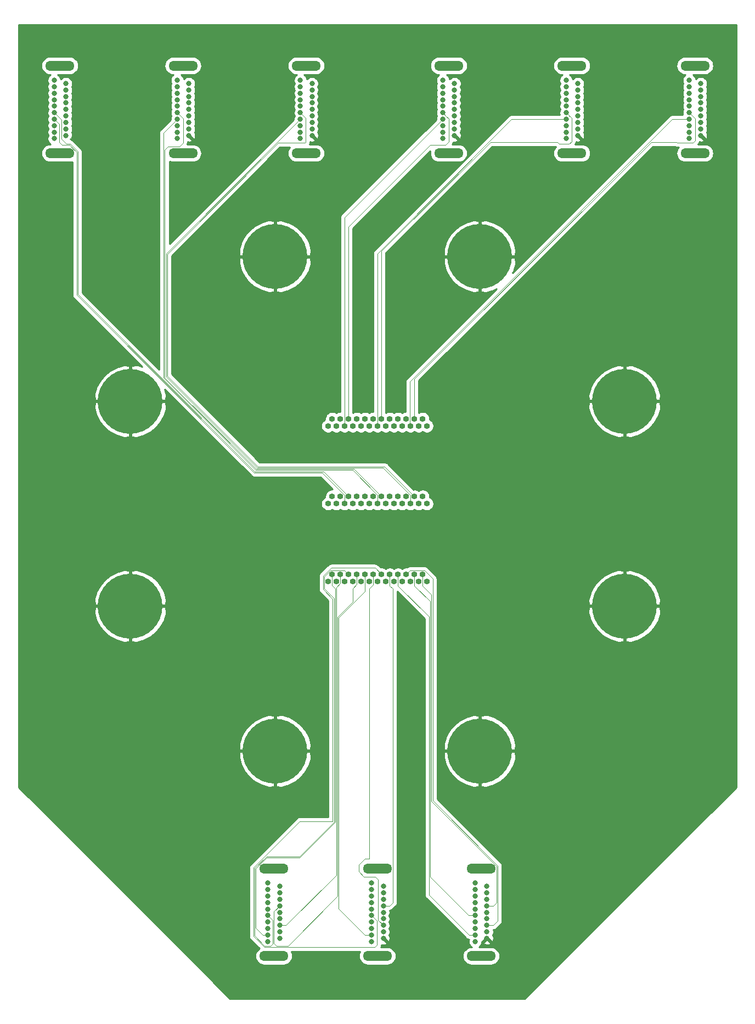
<source format=gbr>
%TF.GenerationSoftware,KiCad,Pcbnew,(5.1.10)-1*%
%TF.CreationDate,2022-04-08T13:19:25-06:00*%
%TF.ProjectId,VacuumFeedThruHDMI,56616375-756d-4466-9565-645468727548,rev?*%
%TF.SameCoordinates,Original*%
%TF.FileFunction,Copper,L3,Inr*%
%TF.FilePolarity,Positive*%
%FSLAX46Y46*%
G04 Gerber Fmt 4.6, Leading zero omitted, Abs format (unit mm)*
G04 Created by KiCad (PCBNEW (5.1.10)-1) date 2022-04-08 13:19:25*
%MOMM*%
%LPD*%
G01*
G04 APERTURE LIST*
%TA.AperFunction,ComponentPad*%
%ADD10O,4.500000X1.500000*%
%TD*%
%TA.AperFunction,ComponentPad*%
%ADD11C,0.800000*%
%TD*%
%TA.AperFunction,ComponentPad*%
%ADD12O,0.920000X0.920000*%
%TD*%
%TA.AperFunction,ComponentPad*%
%ADD13C,10.000000*%
%TD*%
%TA.AperFunction,Conductor*%
%ADD14C,0.090000*%
%TD*%
%TA.AperFunction,Conductor*%
%ADD15C,0.254000*%
%TD*%
%TA.AperFunction,Conductor*%
%ADD16C,0.100000*%
%TD*%
G04 APERTURE END LIST*
D10*
%TO.N,N/C*%
%TO.C,J2*%
X30000000Y67550000D03*
X30000000Y54050000D03*
D11*
%TO.N,Net-(J2-Pad19)*%
X29100000Y65300000D03*
%TO.N,Net-(J2-Pad18)*%
X30900000Y64800000D03*
%TO.N,GND*%
X29100000Y64300000D03*
%TO.N,Net-(J2-Pad16)*%
X30900000Y63800000D03*
%TO.N,Net-(J2-Pad15)*%
X29100000Y63300000D03*
%TO.N,Net-(J2-Pad14)*%
X30900000Y62800000D03*
%TO.N,Net-(J2-Pad13)*%
X29100000Y62300000D03*
%TO.N,Net-(J2-Pad12)*%
X30900000Y61800000D03*
%TO.N,GND*%
X29100000Y61300000D03*
%TO.N,Net-(J2-Pad10)*%
X30900000Y60800000D03*
%TO.N,Net-(J2-Pad9)*%
X29100000Y60300000D03*
%TO.N,GND*%
X30900000Y59800000D03*
%TO.N,Net-(J2-Pad7)*%
X29100000Y59300000D03*
%TO.N,Net-(J2-Pad6)*%
X30900000Y58800000D03*
%TO.N,GND*%
X29100000Y58300000D03*
%TO.N,Net-(J2-Pad4)*%
X30900000Y57800000D03*
%TO.N,Net-(J2-Pad3)*%
X29100000Y57300000D03*
%TO.N,GND*%
X30900000Y56800000D03*
%TO.N,Net-(J2-Pad1)*%
X29100000Y56300000D03*
%TD*%
D10*
%TO.N,N/C*%
%TO.C,J3*%
X49000000Y67550000D03*
X49000000Y54050000D03*
D11*
%TO.N,Net-(J3-Pad19)*%
X48100000Y65300000D03*
%TO.N,Net-(J3-Pad18)*%
X49900000Y64800000D03*
%TO.N,GND*%
X48100000Y64300000D03*
%TO.N,Net-(J3-Pad16)*%
X49900000Y63800000D03*
%TO.N,Net-(J3-Pad15)*%
X48100000Y63300000D03*
%TO.N,Net-(J3-Pad14)*%
X49900000Y62800000D03*
%TO.N,Net-(J3-Pad13)*%
X48100000Y62300000D03*
%TO.N,Net-(J3-Pad12)*%
X49900000Y61800000D03*
%TO.N,GND*%
X48100000Y61300000D03*
%TO.N,Net-(J3-Pad10)*%
X49900000Y60800000D03*
%TO.N,Net-(J3-Pad9)*%
X48100000Y60300000D03*
%TO.N,GND*%
X49900000Y59800000D03*
%TO.N,Net-(J3-Pad7)*%
X48100000Y59300000D03*
%TO.N,Net-(J3-Pad6)*%
X49900000Y58800000D03*
%TO.N,GND*%
X48100000Y58300000D03*
%TO.N,Net-(J3-Pad4)*%
X49900000Y57800000D03*
%TO.N,Net-(J3-Pad3)*%
X48100000Y57300000D03*
%TO.N,GND*%
X49900000Y56800000D03*
%TO.N,Net-(J3-Pad1)*%
X48100000Y56300000D03*
%TD*%
D12*
%TO.N,Net-(M3-Pad13)*%
%TO.C,M3*%
X7620000Y-12000000D03*
%TO.N,Net-(J9-Pad12)*%
X6985000Y-10900000D03*
%TO.N,Net-(J9-Pad10)*%
X6350000Y-12000000D03*
%TO.N,Net-(J9-Pad9)*%
X5715000Y-10900000D03*
%TO.N,Net-(J9-Pad7)*%
X5080000Y-12000000D03*
%TO.N,Net-(J9-Pad6)*%
X4445000Y-10900000D03*
%TO.N,Net-(J9-Pad4)*%
X3810000Y-12000000D03*
%TO.N,Net-(J9-Pad3)*%
X3175000Y-10900000D03*
%TO.N,Net-(J9-Pad1)*%
X2540000Y-12000000D03*
%TO.N,Net-(J8-Pad12)*%
X1905000Y-10900000D03*
%TO.N,Net-(J8-Pad10)*%
X1270000Y-12000000D03*
%TO.N,Net-(J8-Pad9)*%
X635000Y-10900000D03*
%TO.N,Net-(J8-Pad7)*%
X0Y-12000000D03*
%TO.N,Net-(J8-Pad6)*%
X-635000Y-10900000D03*
%TO.N,Net-(J8-Pad4)*%
X-1270000Y-12000000D03*
%TO.N,Net-(J8-Pad3)*%
X-1905000Y-10900000D03*
%TO.N,Net-(J8-Pad1)*%
X-2540000Y-12000000D03*
%TO.N,Net-(J7-Pad12)*%
X-3175000Y-10900000D03*
%TO.N,Net-(J7-Pad10)*%
X-3810000Y-12000000D03*
%TO.N,Net-(J7-Pad9)*%
X-4445000Y-10900000D03*
%TO.N,Net-(J7-Pad7)*%
X-5080000Y-12000000D03*
%TO.N,Net-(J7-Pad6)*%
X-5715000Y-10900000D03*
%TO.N,Net-(J7-Pad4)*%
X-6350000Y-12000000D03*
%TO.N,Net-(J7-Pad3)*%
X-6985000Y-10900000D03*
%TO.N,Net-(J7-Pad1)*%
X-7620000Y-12000000D03*
%TD*%
%TO.N,Net-(M2-Pad13)*%
%TO.C,M2*%
X7620000Y0D03*
%TO.N,Net-(J6-Pad12)*%
X6985000Y1100000D03*
%TO.N,Net-(J6-Pad10)*%
X6350000Y0D03*
%TO.N,Net-(J6-Pad9)*%
X5715000Y1100000D03*
%TO.N,Net-(J6-Pad7)*%
X5080000Y0D03*
%TO.N,Net-(J6-Pad6)*%
X4445000Y1100000D03*
%TO.N,Net-(J6-Pad4)*%
X3810000Y0D03*
%TO.N,Net-(J6-Pad3)*%
X3175000Y1100000D03*
%TO.N,Net-(J6-Pad1)*%
X2540000Y0D03*
%TO.N,Net-(J5-Pad12)*%
X1905000Y1100000D03*
%TO.N,Net-(J5-Pad10)*%
X1270000Y0D03*
%TO.N,Net-(J5-Pad9)*%
X635000Y1100000D03*
%TO.N,Net-(J5-Pad7)*%
X0Y0D03*
%TO.N,Net-(J5-Pad6)*%
X-635000Y1100000D03*
%TO.N,Net-(J5-Pad4)*%
X-1270000Y0D03*
%TO.N,Net-(J5-Pad3)*%
X-1905000Y1100000D03*
%TO.N,Net-(J5-Pad1)*%
X-2540000Y0D03*
%TO.N,Net-(J4-Pad12)*%
X-3175000Y1100000D03*
%TO.N,Net-(J4-Pad10)*%
X-3810000Y0D03*
%TO.N,Net-(J4-Pad9)*%
X-4445000Y1100000D03*
%TO.N,Net-(J4-Pad7)*%
X-5080000Y0D03*
%TO.N,Net-(J4-Pad6)*%
X-5715000Y1100000D03*
%TO.N,Net-(J4-Pad4)*%
X-6350000Y0D03*
%TO.N,Net-(J4-Pad3)*%
X-6985000Y1100000D03*
%TO.N,Net-(J4-Pad1)*%
X-7620000Y0D03*
%TD*%
%TO.N,Net-(M1-Pad13)*%
%TO.C,M1*%
X7620000Y12000000D03*
%TO.N,Net-(J3-Pad12)*%
X6985000Y13100000D03*
%TO.N,Net-(J3-Pad10)*%
X6350000Y12000000D03*
%TO.N,Net-(J3-Pad9)*%
X5715000Y13100000D03*
%TO.N,Net-(J3-Pad7)*%
X5080000Y12000000D03*
%TO.N,Net-(J3-Pad6)*%
X4445000Y13100000D03*
%TO.N,Net-(J3-Pad4)*%
X3810000Y12000000D03*
%TO.N,Net-(J3-Pad3)*%
X3175000Y13100000D03*
%TO.N,Net-(J3-Pad1)*%
X2540000Y12000000D03*
%TO.N,Net-(J2-Pad12)*%
X1905000Y13100000D03*
%TO.N,Net-(J2-Pad10)*%
X1270000Y12000000D03*
%TO.N,Net-(J2-Pad9)*%
X635000Y13100000D03*
%TO.N,Net-(J2-Pad7)*%
X0Y12000000D03*
%TO.N,Net-(J2-Pad6)*%
X-635000Y13100000D03*
%TO.N,Net-(J2-Pad4)*%
X-1270000Y12000000D03*
%TO.N,Net-(J2-Pad3)*%
X-1905000Y13100000D03*
%TO.N,Net-(J2-Pad1)*%
X-2540000Y12000000D03*
%TO.N,Net-(J1-Pad12)*%
X-3175000Y13100000D03*
%TO.N,Net-(J1-Pad10)*%
X-3810000Y12000000D03*
%TO.N,Net-(J1-Pad9)*%
X-4445000Y13100000D03*
%TO.N,Net-(J1-Pad7)*%
X-5080000Y12000000D03*
%TO.N,Net-(J1-Pad6)*%
X-5715000Y13100000D03*
%TO.N,Net-(J1-Pad4)*%
X-6350000Y12000000D03*
%TO.N,Net-(J1-Pad3)*%
X-6985000Y13100000D03*
%TO.N,Net-(J1-Pad1)*%
X-7620000Y12000000D03*
%TD*%
D13*
%TO.N,GND*%
%TO.C,J13*%
X15795259Y-38133128D03*
X38133128Y-15795259D03*
X38133128Y15795259D03*
X15795259Y38133128D03*
X-15795259Y38133128D03*
X-38133128Y15795259D03*
X-38133128Y-15795259D03*
X-15795259Y-38133128D03*
%TD*%
D10*
%TO.N,N/C*%
%TO.C,J4*%
X-49000000Y67550000D03*
X-49000000Y54050000D03*
D11*
%TO.N,Net-(J4-Pad19)*%
X-49900000Y65300000D03*
%TO.N,Net-(J4-Pad18)*%
X-48100000Y64800000D03*
%TO.N,GND*%
X-49900000Y64300000D03*
%TO.N,Net-(J4-Pad16)*%
X-48100000Y63800000D03*
%TO.N,Net-(J4-Pad15)*%
X-49900000Y63300000D03*
%TO.N,Net-(J4-Pad14)*%
X-48100000Y62800000D03*
%TO.N,Net-(J4-Pad13)*%
X-49900000Y62300000D03*
%TO.N,Net-(J4-Pad12)*%
X-48100000Y61800000D03*
%TO.N,GND*%
X-49900000Y61300000D03*
%TO.N,Net-(J4-Pad10)*%
X-48100000Y60800000D03*
%TO.N,Net-(J4-Pad9)*%
X-49900000Y60300000D03*
%TO.N,GND*%
X-48100000Y59800000D03*
%TO.N,Net-(J4-Pad7)*%
X-49900000Y59300000D03*
%TO.N,Net-(J4-Pad6)*%
X-48100000Y58800000D03*
%TO.N,GND*%
X-49900000Y58300000D03*
%TO.N,Net-(J4-Pad4)*%
X-48100000Y57800000D03*
%TO.N,Net-(J4-Pad3)*%
X-49900000Y57300000D03*
%TO.N,GND*%
X-48100000Y56800000D03*
%TO.N,Net-(J4-Pad1)*%
X-49900000Y56300000D03*
%TD*%
D10*
%TO.N,N/C*%
%TO.C,J9*%
X16000000Y-56250000D03*
X16000000Y-69750000D03*
D11*
%TO.N,Net-(J9-Pad19)*%
X15100000Y-58500000D03*
%TO.N,Net-(J9-Pad18)*%
X16900000Y-59000000D03*
%TO.N,GND*%
X15100000Y-59500000D03*
%TO.N,Net-(J9-Pad16)*%
X16900000Y-60000000D03*
%TO.N,Net-(J9-Pad15)*%
X15100000Y-60500000D03*
%TO.N,Net-(J9-Pad14)*%
X16900000Y-61000000D03*
%TO.N,Net-(J9-Pad13)*%
X15100000Y-61500000D03*
%TO.N,Net-(J9-Pad12)*%
X16900000Y-62000000D03*
%TO.N,GND*%
X15100000Y-62500000D03*
%TO.N,Net-(J9-Pad10)*%
X16900000Y-63000000D03*
%TO.N,Net-(J9-Pad9)*%
X15100000Y-63500000D03*
%TO.N,GND*%
X16900000Y-64000000D03*
%TO.N,Net-(J9-Pad7)*%
X15100000Y-64500000D03*
%TO.N,Net-(J9-Pad6)*%
X16900000Y-65000000D03*
%TO.N,GND*%
X15100000Y-65500000D03*
%TO.N,Net-(J9-Pad4)*%
X16900000Y-66000000D03*
%TO.N,Net-(J9-Pad3)*%
X15100000Y-66500000D03*
%TO.N,GND*%
X16900000Y-67000000D03*
%TO.N,Net-(J9-Pad1)*%
X15100000Y-67500000D03*
%TD*%
D10*
%TO.N,N/C*%
%TO.C,J7*%
X-16000000Y-56250000D03*
X-16000000Y-69750000D03*
D11*
%TO.N,Net-(J7-Pad19)*%
X-16900000Y-58500000D03*
%TO.N,Net-(J7-Pad18)*%
X-15100000Y-59000000D03*
%TO.N,GND*%
X-16900000Y-59500000D03*
%TO.N,Net-(J7-Pad16)*%
X-15100000Y-60000000D03*
%TO.N,Net-(J7-Pad15)*%
X-16900000Y-60500000D03*
%TO.N,Net-(J7-Pad14)*%
X-15100000Y-61000000D03*
%TO.N,Net-(J7-Pad13)*%
X-16900000Y-61500000D03*
%TO.N,Net-(J7-Pad12)*%
X-15100000Y-62000000D03*
%TO.N,GND*%
X-16900000Y-62500000D03*
%TO.N,Net-(J7-Pad10)*%
X-15100000Y-63000000D03*
%TO.N,Net-(J7-Pad9)*%
X-16900000Y-63500000D03*
%TO.N,GND*%
X-15100000Y-64000000D03*
%TO.N,Net-(J7-Pad7)*%
X-16900000Y-64500000D03*
%TO.N,Net-(J7-Pad6)*%
X-15100000Y-65000000D03*
%TO.N,GND*%
X-16900000Y-65500000D03*
%TO.N,Net-(J7-Pad4)*%
X-15100000Y-66000000D03*
%TO.N,Net-(J7-Pad3)*%
X-16900000Y-66500000D03*
%TO.N,GND*%
X-15100000Y-67000000D03*
%TO.N,Net-(J7-Pad1)*%
X-16900000Y-67500000D03*
%TD*%
D10*
%TO.N,N/C*%
%TO.C,J8*%
X0Y-56250000D03*
X0Y-69750000D03*
D11*
%TO.N,Net-(J8-Pad19)*%
X-900000Y-58500000D03*
%TO.N,Net-(J8-Pad18)*%
X900000Y-59000000D03*
%TO.N,GND*%
X-900000Y-59500000D03*
%TO.N,Net-(J8-Pad16)*%
X900000Y-60000000D03*
%TO.N,Net-(J8-Pad15)*%
X-900000Y-60500000D03*
%TO.N,Net-(J8-Pad14)*%
X900000Y-61000000D03*
%TO.N,Net-(J8-Pad13)*%
X-900000Y-61500000D03*
%TO.N,Net-(J8-Pad12)*%
X900000Y-62000000D03*
%TO.N,GND*%
X-900000Y-62500000D03*
%TO.N,Net-(J8-Pad10)*%
X900000Y-63000000D03*
%TO.N,Net-(J8-Pad9)*%
X-900000Y-63500000D03*
%TO.N,GND*%
X900000Y-64000000D03*
%TO.N,Net-(J8-Pad7)*%
X-900000Y-64500000D03*
%TO.N,Net-(J8-Pad6)*%
X900000Y-65000000D03*
%TO.N,GND*%
X-900000Y-65500000D03*
%TO.N,Net-(J8-Pad4)*%
X900000Y-66000000D03*
%TO.N,Net-(J8-Pad3)*%
X-900000Y-66500000D03*
%TO.N,GND*%
X900000Y-67000000D03*
%TO.N,Net-(J8-Pad1)*%
X-900000Y-67500000D03*
%TD*%
D10*
%TO.N,N/C*%
%TO.C,J1*%
X11000000Y67550000D03*
X11000000Y54050000D03*
D11*
%TO.N,Net-(J1-Pad19)*%
X10100000Y65300000D03*
%TO.N,Net-(J1-Pad18)*%
X11900000Y64800000D03*
%TO.N,GND*%
X10100000Y64300000D03*
%TO.N,Net-(J1-Pad16)*%
X11900000Y63800000D03*
%TO.N,Net-(J1-Pad15)*%
X10100000Y63300000D03*
%TO.N,Net-(J1-Pad14)*%
X11900000Y62800000D03*
%TO.N,Net-(J1-Pad13)*%
X10100000Y62300000D03*
%TO.N,Net-(J1-Pad12)*%
X11900000Y61800000D03*
%TO.N,GND*%
X10100000Y61300000D03*
%TO.N,Net-(J1-Pad10)*%
X11900000Y60800000D03*
%TO.N,Net-(J1-Pad9)*%
X10100000Y60300000D03*
%TO.N,GND*%
X11900000Y59800000D03*
%TO.N,Net-(J1-Pad7)*%
X10100000Y59300000D03*
%TO.N,Net-(J1-Pad6)*%
X11900000Y58800000D03*
%TO.N,GND*%
X10100000Y58300000D03*
%TO.N,Net-(J1-Pad4)*%
X11900000Y57800000D03*
%TO.N,Net-(J1-Pad3)*%
X10100000Y57300000D03*
%TO.N,GND*%
X11900000Y56800000D03*
%TO.N,Net-(J1-Pad1)*%
X10100000Y56300000D03*
%TD*%
D10*
%TO.N,N/C*%
%TO.C,J6*%
X-11000000Y67550000D03*
X-11000000Y54050000D03*
D11*
%TO.N,Net-(J6-Pad19)*%
X-11900000Y65300000D03*
%TO.N,Net-(J6-Pad18)*%
X-10100000Y64800000D03*
%TO.N,GND*%
X-11900000Y64300000D03*
%TO.N,Net-(J6-Pad16)*%
X-10100000Y63800000D03*
%TO.N,Net-(J6-Pad15)*%
X-11900000Y63300000D03*
%TO.N,Net-(J6-Pad14)*%
X-10100000Y62800000D03*
%TO.N,Net-(J6-Pad13)*%
X-11900000Y62300000D03*
%TO.N,Net-(J6-Pad12)*%
X-10100000Y61800000D03*
%TO.N,GND*%
X-11900000Y61300000D03*
%TO.N,Net-(J6-Pad10)*%
X-10100000Y60800000D03*
%TO.N,Net-(J6-Pad9)*%
X-11900000Y60300000D03*
%TO.N,GND*%
X-10100000Y59800000D03*
%TO.N,Net-(J6-Pad7)*%
X-11900000Y59300000D03*
%TO.N,Net-(J6-Pad6)*%
X-10100000Y58800000D03*
%TO.N,GND*%
X-11900000Y58300000D03*
%TO.N,Net-(J6-Pad4)*%
X-10100000Y57800000D03*
%TO.N,Net-(J6-Pad3)*%
X-11900000Y57300000D03*
%TO.N,GND*%
X-10100000Y56800000D03*
%TO.N,Net-(J6-Pad1)*%
X-11900000Y56300000D03*
%TD*%
D10*
%TO.N,N/C*%
%TO.C,J5*%
X-30000000Y67550000D03*
X-30000000Y54050000D03*
D11*
%TO.N,Net-(J5-Pad19)*%
X-30900000Y65300000D03*
%TO.N,Net-(J5-Pad18)*%
X-29100000Y64800000D03*
%TO.N,GND*%
X-30900000Y64300000D03*
%TO.N,Net-(J5-Pad16)*%
X-29100000Y63800000D03*
%TO.N,Net-(J5-Pad15)*%
X-30900000Y63300000D03*
%TO.N,Net-(J5-Pad14)*%
X-29100000Y62800000D03*
%TO.N,Net-(J5-Pad13)*%
X-30900000Y62300000D03*
%TO.N,Net-(J5-Pad12)*%
X-29100000Y61800000D03*
%TO.N,GND*%
X-30900000Y61300000D03*
%TO.N,Net-(J5-Pad10)*%
X-29100000Y60800000D03*
%TO.N,Net-(J5-Pad9)*%
X-30900000Y60300000D03*
%TO.N,GND*%
X-29100000Y59800000D03*
%TO.N,Net-(J5-Pad7)*%
X-30900000Y59300000D03*
%TO.N,Net-(J5-Pad6)*%
X-29100000Y58800000D03*
%TO.N,GND*%
X-30900000Y58300000D03*
%TO.N,Net-(J5-Pad4)*%
X-29100000Y57800000D03*
%TO.N,Net-(J5-Pad3)*%
X-30900000Y57300000D03*
%TO.N,GND*%
X-29100000Y56800000D03*
%TO.N,Net-(J5-Pad1)*%
X-30900000Y56300000D03*
%TD*%
D14*
%TO.N,Net-(J1-Pad9)*%
X11010000Y59390000D02*
X10635001Y59764999D01*
X10520000Y55350000D02*
X11010000Y55840000D01*
X8160000Y55350000D02*
X10520000Y55350000D01*
X11010000Y55840000D02*
X11010000Y59390000D01*
X-4445000Y42745000D02*
X8160000Y55350000D01*
X10635001Y59764999D02*
X10100000Y60300000D01*
X-4445000Y13100000D02*
X-4445000Y42745000D01*
%TO.N,Net-(J1-Pad7)*%
X-5080000Y44120000D02*
X-5080000Y12000000D01*
X10100000Y59300000D02*
X-5080000Y44120000D01*
%TO.N,Net-(J2-Pad6)*%
X-635000Y13100000D02*
X-1024398Y13100000D01*
%TO.N,Net-(J2-Pad7)*%
X29100000Y59300000D02*
X20700000Y59300000D01*
X0Y13345602D02*
X0Y12000000D01*
X0Y13345602D02*
X0Y38600000D01*
X20700000Y59300000D02*
X0Y38600000D01*
%TO.N,Net-(J2-Pad9)*%
X635000Y38980428D02*
X635000Y13100000D01*
X17419571Y55764999D02*
X635000Y38980428D01*
X17419571Y55764999D02*
X27765001Y55764999D01*
X27765001Y55764999D02*
X28070000Y55460000D01*
X28070000Y55460000D02*
X29580000Y55460000D01*
X29580000Y55460000D02*
X29950000Y55830000D01*
X29950000Y55830000D02*
X29950000Y59450000D01*
X29545000Y59855000D02*
X29635001Y59764999D01*
X29950000Y59450000D02*
X29545000Y59855000D01*
X29100000Y60300000D02*
X29545000Y59855000D01*
%TO.N,Net-(J2-Pad12)*%
X1905000Y13100000D02*
X1515602Y13100000D01*
%TO.N,Net-(J3-Pad7)*%
X48100000Y59300000D02*
X45500000Y59300000D01*
X5040001Y12039999D02*
X5080000Y12000000D01*
X5040001Y18840001D02*
X5040001Y12039999D01*
X45500000Y59300000D02*
X5040001Y18840001D01*
%TO.N,Net-(J3-Pad9)*%
X5715000Y13100000D02*
X5715000Y19260428D01*
X5715000Y19260428D02*
X42219571Y55764999D01*
X42219571Y55764999D02*
X46135001Y55764999D01*
X46135001Y55764999D02*
X46260000Y55640000D01*
X46260000Y55640000D02*
X48660000Y55640000D01*
X48660000Y55640000D02*
X49020000Y56000000D01*
X49020000Y59380000D02*
X48100000Y60300000D01*
X49020000Y56000000D02*
X49020000Y59380000D01*
%TO.N,Net-(J5-Pad7)*%
X0Y1345602D02*
X0Y0D01*
X-3814417Y5160019D02*
X0Y1345602D01*
X-18760020Y5160020D02*
X-3814417Y5160019D01*
X-33000000Y19400000D02*
X-18760020Y5160020D01*
X-33000000Y57200000D02*
X-33000000Y19400000D01*
X-30900000Y59300000D02*
X-33000000Y57200000D01*
%TO.N,Net-(J5-Pad9)*%
X635000Y1100000D02*
X-3612301Y5347301D01*
X-32800000Y53900000D02*
X-32800000Y54001593D01*
X-18692729Y5347301D02*
X-18347301Y5347301D01*
X-32800000Y19454572D02*
X-18692729Y5347301D01*
X-32800000Y53900000D02*
X-32800000Y19454572D01*
X-18347301Y5347301D02*
X-18447301Y5347301D01*
X-3612301Y5347301D02*
X-18347301Y5347301D01*
X-30000000Y55680000D02*
X-30000000Y59400000D01*
X-30580000Y55100000D02*
X-30000000Y55680000D01*
X-32300000Y55100000D02*
X-30580000Y55100000D01*
X-32800000Y54600000D02*
X-32300000Y55100000D01*
X-32800000Y53900000D02*
X-32800000Y54600000D01*
X-30000000Y59400000D02*
X-30900000Y60300000D01*
%TO.N,Net-(J6-Pad9)*%
X1107679Y5707321D02*
X5715000Y1100000D01*
X-18452749Y5707321D02*
X1107679Y5707321D01*
X-32439980Y19694552D02*
X-18452749Y5707321D01*
X-32439980Y38505448D02*
X-32439980Y19694552D01*
X-11180000Y55640000D02*
X-15305428Y55640000D01*
X-11110000Y55710000D02*
X-11180000Y55640000D01*
X-11110000Y59500000D02*
X-11110000Y55710000D01*
X-11364999Y59754999D02*
X-11110000Y59500000D01*
X-15305428Y55640000D02*
X-32439980Y38505448D01*
X-11364999Y59764999D02*
X-11364999Y59754999D01*
X-11900000Y60300000D02*
X-11364999Y59764999D01*
%TO.N,Net-(J6-Pad7)*%
X-11900000Y59300000D02*
X-32619990Y38580010D01*
X-32619990Y19619990D02*
X-18527311Y5527311D01*
X-32619990Y38580010D02*
X-32619990Y19619990D01*
X5080000Y1345602D02*
X5080000Y0D01*
X898291Y5527311D02*
X5080000Y1345602D01*
X-18527311Y5527311D02*
X898291Y5527311D01*
%TO.N,Net-(J7-Pad12)*%
X-3175000Y-12415000D02*
X-3175000Y-10900000D01*
X-3810000Y-13050000D02*
X-3175000Y-12415000D01*
X-6179980Y-17499980D02*
X-3810000Y-15130000D01*
X-6179980Y-59959980D02*
X-6179980Y-17499980D01*
X-6170000Y-59969960D02*
X-6179980Y-59959980D01*
X-6170000Y-60540000D02*
X-6170000Y-59969960D01*
X-3810000Y-15130000D02*
X-3810000Y-13050000D01*
X-13830000Y-68200000D02*
X-6170000Y-60540000D01*
X-15530000Y-68200000D02*
X-13830000Y-68200000D01*
X-15959990Y-62859990D02*
X-15959990Y-67770010D01*
X-15959990Y-67770010D02*
X-15530000Y-68200000D01*
X-15100000Y-62000000D02*
X-15959990Y-62859990D01*
%TO.N,Net-(J7-Pad9)*%
X-5040001Y-10304999D02*
X-4445000Y-10900000D01*
X-7270601Y-10304999D02*
X-5040001Y-10304999D01*
X-16900000Y-63500000D02*
X-16140000Y-64260000D01*
X-17390000Y-68200000D02*
X-18970010Y-66619990D01*
X-6720000Y-14610000D02*
X-8215001Y-13114999D01*
X-16140000Y-64260000D02*
X-16140000Y-67850000D01*
X-16140000Y-67850000D02*
X-16490000Y-68200000D01*
X-16490000Y-68200000D02*
X-17390000Y-68200000D01*
X-8215001Y-11249399D02*
X-7270601Y-10304999D01*
X-18970010Y-66619990D02*
X-18970010Y-56213845D01*
X-6720000Y-49035428D02*
X-6720000Y-14610000D01*
X-8215001Y-13114999D02*
X-8215001Y-11249399D01*
X-18970010Y-56213845D02*
X-17126156Y-54369991D01*
X-12054562Y-54369990D02*
X-6720000Y-49035428D01*
X-17126156Y-54369991D02*
X-12054562Y-54369990D01*
%TO.N,Net-(J7-Pad6)*%
X-5715000Y-12245602D02*
X-6359398Y-12890000D01*
X-5715000Y-10900000D02*
X-5715000Y-12245602D01*
X-6359398Y-13309398D02*
X-6359990Y-13309990D01*
X-6359398Y-12890000D02*
X-6359398Y-13309398D01*
X-6359990Y-13309990D02*
X-6359990Y-57259990D01*
X-14100000Y-65000000D02*
X-15100000Y-65000000D01*
X-6359990Y-57259990D02*
X-14100000Y-65000000D01*
%TO.N,Net-(J7-Pad3)*%
X-6985000Y-10900000D02*
X-6985000Y-12615000D01*
X-6985000Y-12615000D02*
X-6540000Y-13060000D01*
X-6540000Y-13060000D02*
X-6540000Y-49110000D01*
X-6540000Y-49110000D02*
X-11980000Y-54550000D01*
X-17051593Y-54550000D02*
X-18790000Y-56288407D01*
X-11980000Y-54550000D02*
X-17051593Y-54550000D01*
X-18790000Y-56288407D02*
X-18790000Y-65400000D01*
X-17690000Y-66500000D02*
X-16900000Y-66500000D01*
X-18790000Y-65400000D02*
X-17690000Y-66500000D01*
%TO.N,Net-(J4-Pad9)*%
X-18925438Y4980010D02*
X-46219990Y32274562D01*
X-46219990Y54276155D02*
X-46219990Y54180010D01*
X-47423844Y55480009D02*
X-46219990Y54276155D01*
X-48025438Y55480010D02*
X-47423844Y55480009D01*
X-48800000Y56254572D02*
X-48025438Y55480010D01*
X-48800000Y59200000D02*
X-48800000Y56254572D01*
X-49900000Y60300000D02*
X-48800000Y59200000D01*
X-46219990Y32274562D02*
X-46219990Y54180010D01*
X-8325010Y4980010D02*
X-8419990Y4980010D01*
X-4445000Y1100000D02*
X-8325010Y4980010D01*
X-8419990Y4980010D02*
X-18925438Y4980010D01*
%TO.N,Net-(J4-Pad7)*%
X-5119999Y39999D02*
X-5080000Y0D01*
X-46400000Y32200000D02*
X-19000000Y4800000D01*
X-46400000Y54201593D02*
X-46400000Y32200000D01*
X-47198407Y55000000D02*
X-46400000Y54201593D01*
X-8534398Y4800000D02*
X-8800000Y4800000D01*
X-5080000Y1345602D02*
X-8534398Y4800000D01*
X-5080000Y0D02*
X-5080000Y1345602D01*
X-19000000Y4800000D02*
X-8800000Y4800000D01*
X-49120000Y58520000D02*
X-49364999Y58764999D01*
X-49120000Y55730000D02*
X-49120000Y58520000D01*
X-48690000Y55300000D02*
X-49120000Y55730000D01*
X-47498407Y55300000D02*
X-48690000Y55300000D01*
X-49364999Y58764999D02*
X-49900000Y59300000D01*
X-46400000Y54201593D02*
X-47498407Y55300000D01*
%TO.N,Net-(J8-Pad12)*%
X1905000Y-10900000D02*
X1905000Y-12635000D01*
X2385010Y-13115010D02*
X2385010Y-61514990D01*
X1905000Y-12635000D02*
X2385010Y-13115010D01*
X1900000Y-62000000D02*
X900000Y-62000000D01*
X2385010Y-61514990D02*
X1900000Y-62000000D01*
%TO.N,Net-(J8-Pad9)*%
X-364999Y-64035001D02*
X-900000Y-63500000D01*
X635000Y-10900000D02*
X-355000Y-9910000D01*
X-355000Y-9910000D02*
X-7130174Y-9910000D01*
X-60000Y-64340000D02*
X-364999Y-64035001D01*
X-6900010Y-48960866D02*
X-11971603Y-48960866D01*
X-17464562Y-68380010D02*
X-430010Y-68380010D01*
X-430010Y-68380010D02*
X-60000Y-68010000D01*
X-7130174Y-9910000D02*
X-8395011Y-11174837D01*
X-8395011Y-11174837D02*
X-8395011Y-13204989D01*
X-8395011Y-13204989D02*
X-6900010Y-14699990D01*
X-6900010Y-14699990D02*
X-6900010Y-48960866D01*
X-19150020Y-66694552D02*
X-17464562Y-68380010D01*
X-11971603Y-48960866D02*
X-19150020Y-56139283D01*
X-19150020Y-56139283D02*
X-19150020Y-66694552D01*
X-60000Y-68010000D02*
X-60000Y-64340000D01*
%TO.N,Net-(J8-Pad6)*%
X120009Y-64220009D02*
X900000Y-65000000D01*
X120009Y-57990009D02*
X120009Y-64220009D01*
X-2070000Y-57520000D02*
X-350000Y-57520000D01*
X-350000Y-57520000D02*
X120009Y-57990009D01*
X-2870000Y-56720000D02*
X-2070000Y-57520000D01*
X-2870000Y-55670000D02*
X-2870000Y-56720000D01*
X-1970000Y-54770000D02*
X-2870000Y-55670000D01*
X-1270000Y-13120000D02*
X-1270000Y-54770000D01*
X-635000Y-12485000D02*
X-1270000Y-13120000D01*
X-1270000Y-54770000D02*
X-1970000Y-54770000D01*
X-635000Y-10900000D02*
X-635000Y-12485000D01*
%TO.N,Net-(J8-Pad3)*%
X-1900000Y-66500000D02*
X-900000Y-66500000D01*
X-5990000Y-62410000D02*
X-1900000Y-66500000D01*
X-5990000Y-17570000D02*
X-5990000Y-62410000D01*
X-1905000Y-13485000D02*
X-5990000Y-17570000D01*
X-1905000Y-10900000D02*
X-1905000Y-13485000D01*
%TO.N,Net-(J9-Pad12)*%
X6985000Y-10900000D02*
X6985000Y-12635000D01*
X6985000Y-12635000D02*
X8330020Y-13980020D01*
X8330020Y-45828427D02*
X18390000Y-55888407D01*
X8330020Y-13980020D02*
X8330020Y-45828427D01*
X18390000Y-55888407D02*
X18390000Y-61510000D01*
X17900000Y-62000000D02*
X16900000Y-62000000D01*
X18390000Y-61510000D02*
X17900000Y-62000000D01*
%TO.N,Net-(J9-Pad9)*%
X5715000Y-10900000D02*
X5715000Y-12625000D01*
X5715000Y-12625000D02*
X8150010Y-15060010D01*
X8150010Y-15060010D02*
X8150010Y-57560010D01*
X14090000Y-63500000D02*
X15100000Y-63500000D01*
X8150010Y-57560010D02*
X14090000Y-63500000D01*
%TO.N,Net-(J9-Pad6)*%
X8520000Y-11554398D02*
X8520000Y-45763835D01*
X7270601Y-10304999D02*
X8520000Y-11554398D01*
X5040001Y-10304999D02*
X7270601Y-10304999D01*
X4445000Y-10900000D02*
X5040001Y-10304999D01*
X18570010Y-55813845D02*
X18570010Y-64319990D01*
X8520000Y-45763835D02*
X18570010Y-55813845D01*
X17890000Y-65000000D02*
X16900000Y-65000000D01*
X18570010Y-64319990D02*
X17890000Y-65000000D01*
%TO.N,Net-(J9-Pad3)*%
X3175000Y-10900000D02*
X3175000Y-12635000D01*
X3175000Y-12635000D02*
X7970000Y-17430000D01*
X7970000Y-17430000D02*
X7970000Y-60350000D01*
X14120000Y-66500000D02*
X15100000Y-66500000D01*
X7970000Y-60350000D02*
X14120000Y-66500000D01*
%TD*%
D15*
%TO.N,GND*%
X55340001Y-43726618D02*
X22726620Y-76340000D01*
X-22726619Y-76340000D01*
X-42927336Y-56139283D01*
X-19833310Y-56139283D01*
X-19830020Y-56172688D01*
X-19830019Y-66661137D01*
X-19833310Y-66694552D01*
X-19820181Y-66827855D01*
X-19781298Y-66956035D01*
X-19758009Y-66999605D01*
X-19718154Y-67074168D01*
X-19633178Y-67177711D01*
X-19607230Y-67199006D01*
X-18234222Y-68572015D01*
X-18273188Y-68592843D01*
X-18484081Y-68765919D01*
X-18657157Y-68976812D01*
X-18785764Y-69217419D01*
X-18864960Y-69478493D01*
X-18891701Y-69750000D01*
X-18864960Y-70021507D01*
X-18785764Y-70282581D01*
X-18657157Y-70523188D01*
X-18484081Y-70734081D01*
X-18273188Y-70907157D01*
X-18032581Y-71035764D01*
X-17771507Y-71114960D01*
X-17568037Y-71135000D01*
X-14431963Y-71135000D01*
X-14228493Y-71114960D01*
X-13967419Y-71035764D01*
X-13726812Y-70907157D01*
X-13515919Y-70734081D01*
X-13342843Y-70523188D01*
X-13214236Y-70282581D01*
X-13135040Y-70021507D01*
X-13108299Y-69750000D01*
X-13135040Y-69478493D01*
X-13214236Y-69217419D01*
X-13298373Y-69060010D01*
X-2701627Y-69060010D01*
X-2785764Y-69217419D01*
X-2864960Y-69478493D01*
X-2891701Y-69750000D01*
X-2864960Y-70021507D01*
X-2785764Y-70282581D01*
X-2657157Y-70523188D01*
X-2484081Y-70734081D01*
X-2273188Y-70907157D01*
X-2032581Y-71035764D01*
X-1771507Y-71114960D01*
X-1568037Y-71135000D01*
X1568037Y-71135000D01*
X1771507Y-71114960D01*
X2032581Y-71035764D01*
X2273188Y-70907157D01*
X2484081Y-70734081D01*
X2657157Y-70523188D01*
X2785764Y-70282581D01*
X2864960Y-70021507D01*
X2891701Y-69750000D01*
X2864960Y-69478493D01*
X2785764Y-69217419D01*
X2657157Y-68976812D01*
X2484081Y-68765919D01*
X2273188Y-68592843D01*
X2032581Y-68464236D01*
X1771507Y-68385040D01*
X1568037Y-68365000D01*
X521293Y-68365000D01*
X571278Y-68271484D01*
X610161Y-68143303D01*
X620000Y-68043404D01*
X620000Y-68043398D01*
X623289Y-68010001D01*
X622201Y-67998949D01*
X782523Y-68033351D01*
X986377Y-68036413D01*
X1186912Y-67999647D01*
X1376420Y-67924466D01*
X1403981Y-67909736D01*
X1426836Y-67706441D01*
X900000Y-67179605D01*
X885858Y-67193748D01*
X709493Y-67017383D01*
X798061Y-67035000D01*
X1001939Y-67035000D01*
X1095913Y-67016308D01*
X1606441Y-67526836D01*
X1809736Y-67503981D01*
X1890577Y-67316816D01*
X1933351Y-67117477D01*
X1936413Y-66913623D01*
X1899647Y-66713088D01*
X1824466Y-66523580D01*
X1811344Y-66499028D01*
X1817205Y-66490256D01*
X1895226Y-66301898D01*
X1935000Y-66101939D01*
X1935000Y-65898061D01*
X1895226Y-65698102D01*
X1817205Y-65509744D01*
X1810694Y-65500000D01*
X1817205Y-65490256D01*
X1895226Y-65301898D01*
X1935000Y-65101939D01*
X1935000Y-64898061D01*
X1895226Y-64698102D01*
X1817205Y-64509744D01*
X1811157Y-64500692D01*
X1890577Y-64316816D01*
X1933351Y-64117477D01*
X1936413Y-63913623D01*
X1899647Y-63713088D01*
X1824466Y-63523580D01*
X1811344Y-63499028D01*
X1817205Y-63490256D01*
X1895226Y-63301898D01*
X1935000Y-63101939D01*
X1935000Y-62898061D01*
X1895226Y-62698102D01*
X1888627Y-62682170D01*
X1900000Y-62683290D01*
X1933404Y-62680000D01*
X2033303Y-62670161D01*
X2161484Y-62631278D01*
X2279616Y-62568135D01*
X2383159Y-62483159D01*
X2404458Y-62457206D01*
X2842225Y-62019441D01*
X2868169Y-61998149D01*
X2889460Y-61972206D01*
X2889463Y-61972203D01*
X2953145Y-61894606D01*
X3016288Y-61776474D01*
X3055171Y-61648293D01*
X3068300Y-61514990D01*
X3065010Y-61481586D01*
X3065010Y-13486674D01*
X7290000Y-17711665D01*
X7290001Y-60316585D01*
X7286710Y-60350000D01*
X7299839Y-60483303D01*
X7338722Y-60611483D01*
X7338723Y-60611484D01*
X7401866Y-60729616D01*
X7486842Y-60833159D01*
X7512790Y-60854454D01*
X13615545Y-66957210D01*
X13636841Y-66983159D01*
X13740384Y-67068135D01*
X13858516Y-67131278D01*
X13986697Y-67170161D01*
X14086596Y-67180000D01*
X14086605Y-67180000D01*
X14111266Y-67182429D01*
X14104774Y-67198102D01*
X14065000Y-67398061D01*
X14065000Y-67601939D01*
X14104774Y-67801898D01*
X14182795Y-67990256D01*
X14296063Y-68159774D01*
X14440226Y-68303937D01*
X14531613Y-68365000D01*
X14431963Y-68365000D01*
X14228493Y-68385040D01*
X13967419Y-68464236D01*
X13726812Y-68592843D01*
X13515919Y-68765919D01*
X13342843Y-68976812D01*
X13214236Y-69217419D01*
X13135040Y-69478493D01*
X13108299Y-69750000D01*
X13135040Y-70021507D01*
X13214236Y-70282581D01*
X13342843Y-70523188D01*
X13515919Y-70734081D01*
X13726812Y-70907157D01*
X13967419Y-71035764D01*
X14228493Y-71114960D01*
X14431963Y-71135000D01*
X17568037Y-71135000D01*
X17771507Y-71114960D01*
X18032581Y-71035764D01*
X18273188Y-70907157D01*
X18484081Y-70734081D01*
X18657157Y-70523188D01*
X18785764Y-70282581D01*
X18864960Y-70021507D01*
X18891701Y-69750000D01*
X18864960Y-69478493D01*
X18785764Y-69217419D01*
X18657157Y-68976812D01*
X18484081Y-68765919D01*
X18273188Y-68592843D01*
X18032581Y-68464236D01*
X17771507Y-68385040D01*
X17568037Y-68365000D01*
X15668387Y-68365000D01*
X15759774Y-68303937D01*
X15903937Y-68159774D01*
X16017205Y-67990256D01*
X16095226Y-67801898D01*
X16114213Y-67706441D01*
X16373164Y-67706441D01*
X16396019Y-67909736D01*
X16583184Y-67990577D01*
X16782523Y-68033351D01*
X16986377Y-68036413D01*
X17186912Y-67999647D01*
X17376420Y-67924466D01*
X17403981Y-67909736D01*
X17426836Y-67706441D01*
X16900000Y-67179605D01*
X16373164Y-67706441D01*
X16114213Y-67706441D01*
X16135000Y-67601939D01*
X16135000Y-67520253D01*
X16193559Y-67526836D01*
X16704087Y-67016308D01*
X16798061Y-67035000D01*
X17001939Y-67035000D01*
X17095913Y-67016308D01*
X17606441Y-67526836D01*
X17809736Y-67503981D01*
X17890577Y-67316816D01*
X17933351Y-67117477D01*
X17936413Y-66913623D01*
X17899647Y-66713088D01*
X17824466Y-66523580D01*
X17811344Y-66499028D01*
X17817205Y-66490256D01*
X17895226Y-66301898D01*
X17935000Y-66101939D01*
X17935000Y-65898061D01*
X17895226Y-65698102D01*
X17889052Y-65683197D01*
X17890000Y-65683290D01*
X17923404Y-65680000D01*
X18023303Y-65670161D01*
X18151484Y-65631278D01*
X18269616Y-65568135D01*
X18373159Y-65483159D01*
X18394459Y-65457205D01*
X19027220Y-64824445D01*
X19053169Y-64803149D01*
X19138145Y-64699606D01*
X19201288Y-64581474D01*
X19240171Y-64453293D01*
X19250010Y-64353394D01*
X19250010Y-64353385D01*
X19253299Y-64319991D01*
X19250010Y-64286597D01*
X19250010Y-55847238D01*
X19253299Y-55813844D01*
X19250010Y-55780450D01*
X19250010Y-55780441D01*
X19240171Y-55680542D01*
X19201288Y-55552361D01*
X19138145Y-55434229D01*
X19053168Y-55330686D01*
X19027225Y-55309395D01*
X9200000Y-45482171D01*
X9200000Y-39144115D01*
X10223980Y-39144115D01*
X10528264Y-40211592D01*
X11034956Y-41199195D01*
X11724584Y-42068970D01*
X12570646Y-42787493D01*
X13540628Y-43327151D01*
X14597254Y-43667206D01*
X14784272Y-43704407D01*
X15668259Y-43635177D01*
X15668259Y-38260128D01*
X15922259Y-38260128D01*
X15922259Y-43635177D01*
X16806246Y-43704407D01*
X17873723Y-43400123D01*
X18861326Y-42893431D01*
X19731101Y-42203803D01*
X20449624Y-41357741D01*
X20989282Y-40387759D01*
X21329337Y-39331133D01*
X21366538Y-39144115D01*
X21297308Y-38260128D01*
X15922259Y-38260128D01*
X15668259Y-38260128D01*
X10293210Y-38260128D01*
X10223980Y-39144115D01*
X9200000Y-39144115D01*
X9200000Y-37122141D01*
X10223980Y-37122141D01*
X10293210Y-38006128D01*
X15668259Y-38006128D01*
X15668259Y-32631079D01*
X15922259Y-32631079D01*
X15922259Y-38006128D01*
X21297308Y-38006128D01*
X21366538Y-37122141D01*
X21062254Y-36054664D01*
X20555562Y-35067061D01*
X19865934Y-34197286D01*
X19019872Y-33478763D01*
X18049890Y-32939105D01*
X16993264Y-32599050D01*
X16806246Y-32561849D01*
X15922259Y-32631079D01*
X15668259Y-32631079D01*
X14784272Y-32561849D01*
X13716795Y-32866133D01*
X12729192Y-33372825D01*
X11859417Y-34062453D01*
X11140894Y-34908515D01*
X10601236Y-35878497D01*
X10261181Y-36935123D01*
X10223980Y-37122141D01*
X9200000Y-37122141D01*
X9200000Y-16806246D01*
X32561849Y-16806246D01*
X32866133Y-17873723D01*
X33372825Y-18861326D01*
X34062453Y-19731101D01*
X34908515Y-20449624D01*
X35878497Y-20989282D01*
X36935123Y-21329337D01*
X37122141Y-21366538D01*
X38006128Y-21297308D01*
X38006128Y-15922259D01*
X38260128Y-15922259D01*
X38260128Y-21297308D01*
X39144115Y-21366538D01*
X40211592Y-21062254D01*
X41199195Y-20555562D01*
X42068970Y-19865934D01*
X42787493Y-19019872D01*
X43327151Y-18049890D01*
X43667206Y-16993264D01*
X43704407Y-16806246D01*
X43635177Y-15922259D01*
X38260128Y-15922259D01*
X38006128Y-15922259D01*
X32631079Y-15922259D01*
X32561849Y-16806246D01*
X9200000Y-16806246D01*
X9200000Y-14784272D01*
X32561849Y-14784272D01*
X32631079Y-15668259D01*
X38006128Y-15668259D01*
X38006128Y-10293210D01*
X38260128Y-10293210D01*
X38260128Y-15668259D01*
X43635177Y-15668259D01*
X43704407Y-14784272D01*
X43400123Y-13716795D01*
X42893431Y-12729192D01*
X42203803Y-11859417D01*
X41357741Y-11140894D01*
X40387759Y-10601236D01*
X39331133Y-10261181D01*
X39144115Y-10223980D01*
X38260128Y-10293210D01*
X38006128Y-10293210D01*
X37122141Y-10223980D01*
X36054664Y-10528264D01*
X35067061Y-11034956D01*
X34197286Y-11724584D01*
X33478763Y-12570646D01*
X32939105Y-13540628D01*
X32599050Y-14597254D01*
X32561849Y-14784272D01*
X9200000Y-14784272D01*
X9200000Y-11587802D01*
X9203290Y-11554397D01*
X9190161Y-11421094D01*
X9151278Y-11292914D01*
X9088135Y-11174782D01*
X9003158Y-11071239D01*
X8977215Y-11049948D01*
X7775060Y-9847794D01*
X7753760Y-9821840D01*
X7650217Y-9736864D01*
X7532085Y-9673721D01*
X7403904Y-9634838D01*
X7304005Y-9624999D01*
X7270601Y-9621709D01*
X7237197Y-9624999D01*
X5073394Y-9624999D01*
X5040000Y-9621710D01*
X5006606Y-9624999D01*
X5006597Y-9624999D01*
X4906698Y-9634838D01*
X4778517Y-9673721D01*
X4660385Y-9736864D01*
X4572579Y-9808925D01*
X4552848Y-9805000D01*
X4337152Y-9805000D01*
X4125600Y-9847080D01*
X3926323Y-9929624D01*
X3810000Y-10007348D01*
X3693677Y-9929624D01*
X3494400Y-9847080D01*
X3282848Y-9805000D01*
X3067152Y-9805000D01*
X2855600Y-9847080D01*
X2656323Y-9929624D01*
X2540000Y-10007348D01*
X2423677Y-9929624D01*
X2224400Y-9847080D01*
X2012848Y-9805000D01*
X1797152Y-9805000D01*
X1585600Y-9847080D01*
X1386323Y-9929624D01*
X1270000Y-10007348D01*
X1153677Y-9929624D01*
X954400Y-9847080D01*
X742848Y-9805000D01*
X527152Y-9805000D01*
X505893Y-9809229D01*
X149459Y-9452795D01*
X128159Y-9426841D01*
X24616Y-9341865D01*
X-93516Y-9278722D01*
X-221697Y-9239839D01*
X-321596Y-9230000D01*
X-355000Y-9226710D01*
X-388404Y-9230000D01*
X-7096770Y-9230000D01*
X-7130174Y-9226710D01*
X-7263477Y-9239839D01*
X-7391658Y-9278722D01*
X-7509790Y-9341865D01*
X-7587387Y-9405547D01*
X-7587388Y-9405548D01*
X-7613333Y-9426841D01*
X-7634624Y-9452784D01*
X-8852221Y-10670382D01*
X-8878170Y-10691679D01*
X-8963146Y-10795222D01*
X-9019151Y-10900000D01*
X-9026289Y-10913354D01*
X-9065172Y-11041534D01*
X-9078301Y-11174837D01*
X-9075011Y-11208242D01*
X-9075010Y-13171575D01*
X-9078301Y-13204989D01*
X-9065172Y-13338292D01*
X-9026289Y-13466472D01*
X-9011246Y-13494615D01*
X-8963145Y-13584605D01*
X-8878169Y-13688148D01*
X-8852221Y-13709443D01*
X-7580010Y-14981656D01*
X-7580009Y-48280866D01*
X-11938199Y-48280866D01*
X-11971603Y-48277576D01*
X-12104906Y-48290705D01*
X-12233087Y-48329588D01*
X-12351219Y-48392731D01*
X-12428816Y-48456413D01*
X-12428819Y-48456416D01*
X-12454762Y-48477707D01*
X-12476053Y-48503650D01*
X-19607229Y-55634828D01*
X-19633179Y-55656125D01*
X-19718155Y-55759668D01*
X-19758009Y-55834230D01*
X-19781298Y-55877800D01*
X-19820181Y-56005980D01*
X-19833310Y-56139283D01*
X-42927336Y-56139283D01*
X-55340000Y-43726620D01*
X-55340000Y-39144115D01*
X-21366538Y-39144115D01*
X-21062254Y-40211592D01*
X-20555562Y-41199195D01*
X-19865934Y-42068970D01*
X-19019872Y-42787493D01*
X-18049890Y-43327151D01*
X-16993264Y-43667206D01*
X-16806246Y-43704407D01*
X-15922259Y-43635177D01*
X-15922259Y-38260128D01*
X-15668259Y-38260128D01*
X-15668259Y-43635177D01*
X-14784272Y-43704407D01*
X-13716795Y-43400123D01*
X-12729192Y-42893431D01*
X-11859417Y-42203803D01*
X-11140894Y-41357741D01*
X-10601236Y-40387759D01*
X-10261181Y-39331133D01*
X-10223980Y-39144115D01*
X-10293210Y-38260128D01*
X-15668259Y-38260128D01*
X-15922259Y-38260128D01*
X-21297308Y-38260128D01*
X-21366538Y-39144115D01*
X-55340000Y-39144115D01*
X-55340000Y-37122141D01*
X-21366538Y-37122141D01*
X-21297308Y-38006128D01*
X-15922259Y-38006128D01*
X-15922259Y-32631079D01*
X-15668259Y-32631079D01*
X-15668259Y-38006128D01*
X-10293210Y-38006128D01*
X-10223980Y-37122141D01*
X-10528264Y-36054664D01*
X-11034956Y-35067061D01*
X-11724584Y-34197286D01*
X-12570646Y-33478763D01*
X-13540628Y-32939105D01*
X-14597254Y-32599050D01*
X-14784272Y-32561849D01*
X-15668259Y-32631079D01*
X-15922259Y-32631079D01*
X-16806246Y-32561849D01*
X-17873723Y-32866133D01*
X-18861326Y-33372825D01*
X-19731101Y-34062453D01*
X-20449624Y-34908515D01*
X-20989282Y-35878497D01*
X-21329337Y-36935123D01*
X-21366538Y-37122141D01*
X-55340000Y-37122141D01*
X-55340000Y-16806246D01*
X-43704407Y-16806246D01*
X-43400123Y-17873723D01*
X-42893431Y-18861326D01*
X-42203803Y-19731101D01*
X-41357741Y-20449624D01*
X-40387759Y-20989282D01*
X-39331133Y-21329337D01*
X-39144115Y-21366538D01*
X-38260128Y-21297308D01*
X-38260128Y-15922259D01*
X-38006128Y-15922259D01*
X-38006128Y-21297308D01*
X-37122141Y-21366538D01*
X-36054664Y-21062254D01*
X-35067061Y-20555562D01*
X-34197286Y-19865934D01*
X-33478763Y-19019872D01*
X-32939105Y-18049890D01*
X-32599050Y-16993264D01*
X-32561849Y-16806246D01*
X-32631079Y-15922259D01*
X-38006128Y-15922259D01*
X-38260128Y-15922259D01*
X-43635177Y-15922259D01*
X-43704407Y-16806246D01*
X-55340000Y-16806246D01*
X-55340000Y-14784272D01*
X-43704407Y-14784272D01*
X-43635177Y-15668259D01*
X-38260128Y-15668259D01*
X-38260128Y-10293210D01*
X-38006128Y-10293210D01*
X-38006128Y-15668259D01*
X-32631079Y-15668259D01*
X-32561849Y-14784272D01*
X-32866133Y-13716795D01*
X-33372825Y-12729192D01*
X-34062453Y-11859417D01*
X-34908515Y-11140894D01*
X-35878497Y-10601236D01*
X-36935123Y-10261181D01*
X-37122141Y-10223980D01*
X-38006128Y-10293210D01*
X-38260128Y-10293210D01*
X-39144115Y-10223980D01*
X-40211592Y-10528264D01*
X-41199195Y-11034956D01*
X-42068970Y-11724584D01*
X-42787493Y-12570646D01*
X-43327151Y-13540628D01*
X-43667206Y-14597254D01*
X-43704407Y-14784272D01*
X-55340000Y-14784272D01*
X-55340000Y14784272D01*
X-43704407Y14784272D01*
X-43400123Y13716795D01*
X-42893431Y12729192D01*
X-42203803Y11859417D01*
X-41357741Y11140894D01*
X-40387759Y10601236D01*
X-39331133Y10261181D01*
X-39144115Y10223980D01*
X-38260128Y10293210D01*
X-38260128Y15668259D01*
X-38006128Y15668259D01*
X-38006128Y10293210D01*
X-37122141Y10223980D01*
X-36054664Y10528264D01*
X-35067061Y11034956D01*
X-34197286Y11724584D01*
X-33478763Y12570646D01*
X-32939105Y13540628D01*
X-32599050Y14597254D01*
X-32561849Y14784272D01*
X-32631079Y15668259D01*
X-38006128Y15668259D01*
X-38260128Y15668259D01*
X-43635177Y15668259D01*
X-43704407Y14784272D01*
X-55340000Y14784272D01*
X-55340000Y16806246D01*
X-43704407Y16806246D01*
X-43635177Y15922259D01*
X-38260128Y15922259D01*
X-38260128Y21297308D01*
X-39144115Y21366538D01*
X-40211592Y21062254D01*
X-41199195Y20555562D01*
X-42068970Y19865934D01*
X-42787493Y19019872D01*
X-43327151Y18049890D01*
X-43667206Y16993264D01*
X-43704407Y16806246D01*
X-55340000Y16806246D01*
X-55340000Y67550000D01*
X-51891701Y67550000D01*
X-51864960Y67278493D01*
X-51785764Y67017419D01*
X-51657157Y66776812D01*
X-51484081Y66565919D01*
X-51273188Y66392843D01*
X-51032581Y66264236D01*
X-50771507Y66185040D01*
X-50568037Y66165000D01*
X-50468387Y66165000D01*
X-50559774Y66103937D01*
X-50703937Y65959774D01*
X-50817205Y65790256D01*
X-50895226Y65601898D01*
X-50935000Y65401939D01*
X-50935000Y65198061D01*
X-50895226Y64998102D01*
X-50817205Y64809744D01*
X-50811157Y64800692D01*
X-50890577Y64616816D01*
X-50933351Y64417477D01*
X-50936413Y64213623D01*
X-50899647Y64013088D01*
X-50824466Y63823580D01*
X-50811344Y63799028D01*
X-50817205Y63790256D01*
X-50895226Y63601898D01*
X-50935000Y63401939D01*
X-50935000Y63198061D01*
X-50895226Y62998102D01*
X-50817205Y62809744D01*
X-50810694Y62800000D01*
X-50817205Y62790256D01*
X-50895226Y62601898D01*
X-50935000Y62401939D01*
X-50935000Y62198061D01*
X-50895226Y61998102D01*
X-50817205Y61809744D01*
X-50811157Y61800692D01*
X-50890577Y61616816D01*
X-50933351Y61417477D01*
X-50936413Y61213623D01*
X-50899647Y61013088D01*
X-50824466Y60823580D01*
X-50811344Y60799028D01*
X-50817205Y60790256D01*
X-50895226Y60601898D01*
X-50935000Y60401939D01*
X-50935000Y60198061D01*
X-50895226Y59998102D01*
X-50817205Y59809744D01*
X-50810694Y59800000D01*
X-50817205Y59790256D01*
X-50895226Y59601898D01*
X-50935000Y59401939D01*
X-50935000Y59198061D01*
X-50895226Y58998102D01*
X-50817205Y58809744D01*
X-50811157Y58800692D01*
X-50890577Y58616816D01*
X-50933351Y58417477D01*
X-50936413Y58213623D01*
X-50899647Y58013088D01*
X-50824466Y57823580D01*
X-50811344Y57799028D01*
X-50817205Y57790256D01*
X-50895226Y57601898D01*
X-50935000Y57401939D01*
X-50935000Y57198061D01*
X-50895226Y56998102D01*
X-50817205Y56809744D01*
X-50810694Y56800000D01*
X-50817205Y56790256D01*
X-50895226Y56601898D01*
X-50935000Y56401939D01*
X-50935000Y56198061D01*
X-50895226Y55998102D01*
X-50817205Y55809744D01*
X-50703937Y55640226D01*
X-50559774Y55496063D01*
X-50468387Y55435000D01*
X-50568037Y55435000D01*
X-50771507Y55414960D01*
X-51032581Y55335764D01*
X-51273188Y55207157D01*
X-51484081Y55034081D01*
X-51657157Y54823188D01*
X-51785764Y54582581D01*
X-51864960Y54321507D01*
X-51891701Y54050000D01*
X-51864960Y53778493D01*
X-51785764Y53517419D01*
X-51657157Y53276812D01*
X-51484081Y53065919D01*
X-51273188Y52892843D01*
X-51032581Y52764236D01*
X-50771507Y52685040D01*
X-50568037Y52665000D01*
X-47431963Y52665000D01*
X-47228493Y52685040D01*
X-47080000Y52730085D01*
X-47079999Y32233415D01*
X-47083290Y32200000D01*
X-47070161Y32066697D01*
X-47031278Y31938517D01*
X-47031277Y31938516D01*
X-46968134Y31820384D01*
X-46883158Y31716841D01*
X-46857210Y31695546D01*
X-36280240Y21118575D01*
X-36935123Y21329337D01*
X-37122141Y21366538D01*
X-38006128Y21297308D01*
X-38006128Y16101867D01*
X-38118987Y15989008D01*
X-37939379Y15809400D01*
X-37826520Y15922259D01*
X-32631079Y15922259D01*
X-32561849Y16806246D01*
X-32798651Y17636986D01*
X-19504450Y4342784D01*
X-19483159Y4316841D01*
X-19457216Y4295550D01*
X-19457213Y4295547D01*
X-19379616Y4231865D01*
X-19261484Y4168722D01*
X-19133303Y4129839D01*
X-19000000Y4116710D01*
X-18966596Y4120000D01*
X-8816062Y4120000D01*
X-6891063Y2195000D01*
X-7092848Y2195000D01*
X-7304400Y2152920D01*
X-7503677Y2070376D01*
X-7683022Y1950542D01*
X-7835542Y1798022D01*
X-7955376Y1618677D01*
X-8037920Y1419400D01*
X-8080000Y1207848D01*
X-8080000Y994681D01*
X-8138677Y970376D01*
X-8318022Y850542D01*
X-8470542Y698022D01*
X-8590376Y518677D01*
X-8672920Y319400D01*
X-8715000Y107848D01*
X-8715000Y-107848D01*
X-8672920Y-319400D01*
X-8590376Y-518677D01*
X-8470542Y-698022D01*
X-8318022Y-850542D01*
X-8138677Y-970376D01*
X-7939400Y-1052920D01*
X-7727848Y-1095000D01*
X-7512152Y-1095000D01*
X-7300600Y-1052920D01*
X-7101323Y-970376D01*
X-6985000Y-892652D01*
X-6868677Y-970376D01*
X-6669400Y-1052920D01*
X-6457848Y-1095000D01*
X-6242152Y-1095000D01*
X-6030600Y-1052920D01*
X-5831323Y-970376D01*
X-5715000Y-892652D01*
X-5598677Y-970376D01*
X-5399400Y-1052920D01*
X-5187848Y-1095000D01*
X-4972152Y-1095000D01*
X-4760600Y-1052920D01*
X-4561323Y-970376D01*
X-4445000Y-892652D01*
X-4328677Y-970376D01*
X-4129400Y-1052920D01*
X-3917848Y-1095000D01*
X-3702152Y-1095000D01*
X-3490600Y-1052920D01*
X-3291323Y-970376D01*
X-3175000Y-892652D01*
X-3058677Y-970376D01*
X-2859400Y-1052920D01*
X-2647848Y-1095000D01*
X-2432152Y-1095000D01*
X-2220600Y-1052920D01*
X-2021323Y-970376D01*
X-1905000Y-892652D01*
X-1788677Y-970376D01*
X-1589400Y-1052920D01*
X-1377848Y-1095000D01*
X-1162152Y-1095000D01*
X-950600Y-1052920D01*
X-751323Y-970376D01*
X-635000Y-892652D01*
X-518677Y-970376D01*
X-319400Y-1052920D01*
X-107848Y-1095000D01*
X107848Y-1095000D01*
X319400Y-1052920D01*
X518677Y-970376D01*
X635000Y-892652D01*
X751323Y-970376D01*
X950600Y-1052920D01*
X1162152Y-1095000D01*
X1377848Y-1095000D01*
X1589400Y-1052920D01*
X1788677Y-970376D01*
X1905000Y-892652D01*
X2021323Y-970376D01*
X2220600Y-1052920D01*
X2432152Y-1095000D01*
X2647848Y-1095000D01*
X2859400Y-1052920D01*
X3058677Y-970376D01*
X3175000Y-892652D01*
X3291323Y-970376D01*
X3490600Y-1052920D01*
X3702152Y-1095000D01*
X3917848Y-1095000D01*
X4129400Y-1052920D01*
X4328677Y-970376D01*
X4445000Y-892652D01*
X4561323Y-970376D01*
X4760600Y-1052920D01*
X4972152Y-1095000D01*
X5187848Y-1095000D01*
X5399400Y-1052920D01*
X5598677Y-970376D01*
X5715000Y-892652D01*
X5831323Y-970376D01*
X6030600Y-1052920D01*
X6242152Y-1095000D01*
X6457848Y-1095000D01*
X6669400Y-1052920D01*
X6868677Y-970376D01*
X6985000Y-892652D01*
X7101323Y-970376D01*
X7300600Y-1052920D01*
X7512152Y-1095000D01*
X7727848Y-1095000D01*
X7939400Y-1052920D01*
X8138677Y-970376D01*
X8318022Y-850542D01*
X8470542Y-698022D01*
X8590376Y-518677D01*
X8672920Y-319400D01*
X8715000Y-107848D01*
X8715000Y107848D01*
X8672920Y319400D01*
X8590376Y518677D01*
X8470542Y698022D01*
X8318022Y850542D01*
X8138677Y970376D01*
X8080000Y994681D01*
X8080000Y1207848D01*
X8037920Y1419400D01*
X7955376Y1618677D01*
X7835542Y1798022D01*
X7683022Y1950542D01*
X7503677Y2070376D01*
X7304400Y2152920D01*
X7092848Y2195000D01*
X6877152Y2195000D01*
X6665600Y2152920D01*
X6466323Y2070376D01*
X6350000Y1992652D01*
X6233677Y2070376D01*
X6034400Y2152920D01*
X5822848Y2195000D01*
X5607152Y2195000D01*
X5585893Y2190771D01*
X1612138Y6164526D01*
X1590838Y6190480D01*
X1487295Y6275456D01*
X1369163Y6338599D01*
X1240982Y6377482D01*
X1141083Y6387321D01*
X1107679Y6390611D01*
X1074275Y6387321D01*
X-18171084Y6387321D01*
X-23891611Y12107848D01*
X-8715000Y12107848D01*
X-8715000Y11892152D01*
X-8672920Y11680600D01*
X-8590376Y11481323D01*
X-8470542Y11301978D01*
X-8318022Y11149458D01*
X-8138677Y11029624D01*
X-7939400Y10947080D01*
X-7727848Y10905000D01*
X-7512152Y10905000D01*
X-7300600Y10947080D01*
X-7101323Y11029624D01*
X-6985000Y11107348D01*
X-6868677Y11029624D01*
X-6669400Y10947080D01*
X-6457848Y10905000D01*
X-6242152Y10905000D01*
X-6030600Y10947080D01*
X-5831323Y11029624D01*
X-5715000Y11107348D01*
X-5598677Y11029624D01*
X-5399400Y10947080D01*
X-5187848Y10905000D01*
X-4972152Y10905000D01*
X-4760600Y10947080D01*
X-4561323Y11029624D01*
X-4445000Y11107348D01*
X-4328677Y11029624D01*
X-4129400Y10947080D01*
X-3917848Y10905000D01*
X-3702152Y10905000D01*
X-3490600Y10947080D01*
X-3291323Y11029624D01*
X-3175000Y11107348D01*
X-3058677Y11029624D01*
X-2859400Y10947080D01*
X-2647848Y10905000D01*
X-2432152Y10905000D01*
X-2220600Y10947080D01*
X-2021323Y11029624D01*
X-1905000Y11107348D01*
X-1788677Y11029624D01*
X-1589400Y10947080D01*
X-1377848Y10905000D01*
X-1162152Y10905000D01*
X-950600Y10947080D01*
X-751323Y11029624D01*
X-635000Y11107348D01*
X-518677Y11029624D01*
X-319400Y10947080D01*
X-107848Y10905000D01*
X107848Y10905000D01*
X319400Y10947080D01*
X518677Y11029624D01*
X635000Y11107348D01*
X751323Y11029624D01*
X950600Y10947080D01*
X1162152Y10905000D01*
X1377848Y10905000D01*
X1589400Y10947080D01*
X1788677Y11029624D01*
X1905000Y11107348D01*
X2021323Y11029624D01*
X2220600Y10947080D01*
X2432152Y10905000D01*
X2647848Y10905000D01*
X2859400Y10947080D01*
X3058677Y11029624D01*
X3175000Y11107348D01*
X3291323Y11029624D01*
X3490600Y10947080D01*
X3702152Y10905000D01*
X3917848Y10905000D01*
X4129400Y10947080D01*
X4328677Y11029624D01*
X4445000Y11107348D01*
X4561323Y11029624D01*
X4760600Y10947080D01*
X4972152Y10905000D01*
X5187848Y10905000D01*
X5399400Y10947080D01*
X5598677Y11029624D01*
X5715000Y11107348D01*
X5831323Y11029624D01*
X6030600Y10947080D01*
X6242152Y10905000D01*
X6457848Y10905000D01*
X6669400Y10947080D01*
X6868677Y11029624D01*
X6985000Y11107348D01*
X7101323Y11029624D01*
X7300600Y10947080D01*
X7512152Y10905000D01*
X7727848Y10905000D01*
X7939400Y10947080D01*
X8138677Y11029624D01*
X8318022Y11149458D01*
X8470542Y11301978D01*
X8590376Y11481323D01*
X8672920Y11680600D01*
X8715000Y11892152D01*
X8715000Y12107848D01*
X8672920Y12319400D01*
X8590376Y12518677D01*
X8470542Y12698022D01*
X8318022Y12850542D01*
X8138677Y12970376D01*
X8080000Y12994681D01*
X8080000Y13207848D01*
X8037920Y13419400D01*
X7955376Y13618677D01*
X7835542Y13798022D01*
X7683022Y13950542D01*
X7503677Y14070376D01*
X7304400Y14152920D01*
X7092848Y14195000D01*
X6877152Y14195000D01*
X6665600Y14152920D01*
X6466323Y14070376D01*
X6395000Y14022720D01*
X6395000Y14784272D01*
X32561849Y14784272D01*
X32866133Y13716795D01*
X33372825Y12729192D01*
X34062453Y11859417D01*
X34908515Y11140894D01*
X35878497Y10601236D01*
X36935123Y10261181D01*
X37122141Y10223980D01*
X38006128Y10293210D01*
X38006128Y15668259D01*
X38260128Y15668259D01*
X38260128Y10293210D01*
X39144115Y10223980D01*
X40211592Y10528264D01*
X41199195Y11034956D01*
X42068970Y11724584D01*
X42787493Y12570646D01*
X43327151Y13540628D01*
X43667206Y14597254D01*
X43704407Y14784272D01*
X43635177Y15668259D01*
X38260128Y15668259D01*
X38006128Y15668259D01*
X32631079Y15668259D01*
X32561849Y14784272D01*
X6395000Y14784272D01*
X6395000Y16806246D01*
X32561849Y16806246D01*
X32631079Y15922259D01*
X38006128Y15922259D01*
X38006128Y21297308D01*
X38260128Y21297308D01*
X38260128Y15922259D01*
X43635177Y15922259D01*
X43704407Y16806246D01*
X43400123Y17873723D01*
X42893431Y18861326D01*
X42203803Y19731101D01*
X41357741Y20449624D01*
X40387759Y20989282D01*
X39331133Y21329337D01*
X39144115Y21366538D01*
X38260128Y21297308D01*
X38006128Y21297308D01*
X37122141Y21366538D01*
X36054664Y21062254D01*
X35067061Y20555562D01*
X34197286Y19865934D01*
X33478763Y19019872D01*
X32939105Y18049890D01*
X32599050Y16993264D01*
X32561849Y16806246D01*
X6395000Y16806246D01*
X6395000Y18978764D01*
X42501236Y55084999D01*
X45864380Y55084999D01*
X45880384Y55071865D01*
X45998516Y55008722D01*
X46126697Y54969839D01*
X46226596Y54960000D01*
X46226605Y54960000D01*
X46259999Y54956711D01*
X46293393Y54960000D01*
X46455122Y54960000D01*
X46342843Y54823188D01*
X46214236Y54582581D01*
X46135040Y54321507D01*
X46108299Y54050000D01*
X46135040Y53778493D01*
X46214236Y53517419D01*
X46342843Y53276812D01*
X46515919Y53065919D01*
X46726812Y52892843D01*
X46967419Y52764236D01*
X47228493Y52685040D01*
X47431963Y52665000D01*
X50568037Y52665000D01*
X50771507Y52685040D01*
X51032581Y52764236D01*
X51273188Y52892843D01*
X51484081Y53065919D01*
X51657157Y53276812D01*
X51785764Y53517419D01*
X51864960Y53778493D01*
X51891701Y54050000D01*
X51864960Y54321507D01*
X51785764Y54582581D01*
X51657157Y54823188D01*
X51484081Y55034081D01*
X51273188Y55207157D01*
X51032581Y55335764D01*
X50771507Y55414960D01*
X50568037Y55435000D01*
X49416664Y55435000D01*
X49477210Y55495546D01*
X49503158Y55516841D01*
X49588135Y55620384D01*
X49651278Y55738516D01*
X49667311Y55791371D01*
X49782523Y55766649D01*
X49986377Y55763587D01*
X50186912Y55800353D01*
X50376420Y55875534D01*
X50403981Y55890264D01*
X50426836Y56093559D01*
X49900000Y56620395D01*
X49885858Y56606253D01*
X49709493Y56782617D01*
X49798061Y56765000D01*
X50001939Y56765000D01*
X50095913Y56783692D01*
X50606441Y56273164D01*
X50809736Y56296019D01*
X50890577Y56483184D01*
X50933351Y56682523D01*
X50936413Y56886377D01*
X50899647Y57086912D01*
X50824466Y57276420D01*
X50811344Y57300972D01*
X50817205Y57309744D01*
X50895226Y57498102D01*
X50935000Y57698061D01*
X50935000Y57901939D01*
X50895226Y58101898D01*
X50817205Y58290256D01*
X50810694Y58300000D01*
X50817205Y58309744D01*
X50895226Y58498102D01*
X50935000Y58698061D01*
X50935000Y58901939D01*
X50895226Y59101898D01*
X50817205Y59290256D01*
X50811157Y59299308D01*
X50890577Y59483184D01*
X50933351Y59682523D01*
X50936413Y59886377D01*
X50899647Y60086912D01*
X50824466Y60276420D01*
X50811344Y60300972D01*
X50817205Y60309744D01*
X50895226Y60498102D01*
X50935000Y60698061D01*
X50935000Y60901939D01*
X50895226Y61101898D01*
X50817205Y61290256D01*
X50810694Y61300000D01*
X50817205Y61309744D01*
X50895226Y61498102D01*
X50935000Y61698061D01*
X50935000Y61901939D01*
X50895226Y62101898D01*
X50817205Y62290256D01*
X50810694Y62300000D01*
X50817205Y62309744D01*
X50895226Y62498102D01*
X50935000Y62698061D01*
X50935000Y62901939D01*
X50895226Y63101898D01*
X50817205Y63290256D01*
X50810694Y63300000D01*
X50817205Y63309744D01*
X50895226Y63498102D01*
X50935000Y63698061D01*
X50935000Y63901939D01*
X50895226Y64101898D01*
X50817205Y64290256D01*
X50810694Y64300000D01*
X50817205Y64309744D01*
X50895226Y64498102D01*
X50935000Y64698061D01*
X50935000Y64901939D01*
X50895226Y65101898D01*
X50817205Y65290256D01*
X50703937Y65459774D01*
X50559774Y65603937D01*
X50390256Y65717205D01*
X50201898Y65795226D01*
X50001939Y65835000D01*
X49798061Y65835000D01*
X49598102Y65795226D01*
X49409744Y65717205D01*
X49240226Y65603937D01*
X49118945Y65482656D01*
X49095226Y65601898D01*
X49017205Y65790256D01*
X48903937Y65959774D01*
X48759774Y66103937D01*
X48668387Y66165000D01*
X50568037Y66165000D01*
X50771507Y66185040D01*
X51032581Y66264236D01*
X51273188Y66392843D01*
X51484081Y66565919D01*
X51657157Y66776812D01*
X51785764Y67017419D01*
X51864960Y67278493D01*
X51891701Y67550000D01*
X51864960Y67821507D01*
X51785764Y68082581D01*
X51657157Y68323188D01*
X51484081Y68534081D01*
X51273188Y68707157D01*
X51032581Y68835764D01*
X50771507Y68914960D01*
X50568037Y68935000D01*
X47431963Y68935000D01*
X47228493Y68914960D01*
X46967419Y68835764D01*
X46726812Y68707157D01*
X46515919Y68534081D01*
X46342843Y68323188D01*
X46214236Y68082581D01*
X46135040Y67821507D01*
X46108299Y67550000D01*
X46135040Y67278493D01*
X46214236Y67017419D01*
X46342843Y66776812D01*
X46515919Y66565919D01*
X46726812Y66392843D01*
X46967419Y66264236D01*
X47228493Y66185040D01*
X47431963Y66165000D01*
X47531613Y66165000D01*
X47440226Y66103937D01*
X47296063Y65959774D01*
X47182795Y65790256D01*
X47104774Y65601898D01*
X47065000Y65401939D01*
X47065000Y65198061D01*
X47104774Y64998102D01*
X47182795Y64809744D01*
X47188843Y64800692D01*
X47109423Y64616816D01*
X47066649Y64417477D01*
X47063587Y64213623D01*
X47100353Y64013088D01*
X47175534Y63823580D01*
X47188656Y63799028D01*
X47182795Y63790256D01*
X47104774Y63601898D01*
X47065000Y63401939D01*
X47065000Y63198061D01*
X47104774Y62998102D01*
X47182795Y62809744D01*
X47189306Y62800000D01*
X47182795Y62790256D01*
X47104774Y62601898D01*
X47065000Y62401939D01*
X47065000Y62198061D01*
X47104774Y61998102D01*
X47182795Y61809744D01*
X47188843Y61800692D01*
X47109423Y61616816D01*
X47066649Y61417477D01*
X47063587Y61213623D01*
X47100353Y61013088D01*
X47175534Y60823580D01*
X47188656Y60799028D01*
X47182795Y60790256D01*
X47104774Y60601898D01*
X47065000Y60401939D01*
X47065000Y60198061D01*
X47104774Y59998102D01*
X47112272Y59980000D01*
X45533393Y59980000D01*
X45499999Y59983289D01*
X45466605Y59980000D01*
X45466596Y59980000D01*
X45366697Y59970161D01*
X45238516Y59931278D01*
X45120384Y59868135D01*
X45016841Y59783159D01*
X44995546Y59757211D01*
X20829324Y35590989D01*
X20989282Y35878497D01*
X21329337Y36935123D01*
X21366538Y37122141D01*
X21297308Y38006128D01*
X16101867Y38006128D01*
X15989008Y38118987D01*
X15809400Y37939379D01*
X15922259Y37826520D01*
X15922259Y32631079D01*
X16806246Y32561849D01*
X17873723Y32866133D01*
X18347584Y33109249D01*
X4582792Y19344456D01*
X4556842Y19323159D01*
X4471866Y19219616D01*
X4422050Y19126417D01*
X4408723Y19101484D01*
X4369840Y18973304D01*
X4356711Y18840001D01*
X4360001Y18806596D01*
X4360002Y14195000D01*
X4337152Y14195000D01*
X4125600Y14152920D01*
X3926323Y14070376D01*
X3810000Y13992652D01*
X3693677Y14070376D01*
X3494400Y14152920D01*
X3282848Y14195000D01*
X3067152Y14195000D01*
X2855600Y14152920D01*
X2656323Y14070376D01*
X2540000Y13992652D01*
X2423677Y14070376D01*
X2224400Y14152920D01*
X2012848Y14195000D01*
X1797152Y14195000D01*
X1585600Y14152920D01*
X1386323Y14070376D01*
X1315000Y14022720D01*
X1315000Y37122141D01*
X10223980Y37122141D01*
X10528264Y36054664D01*
X11034956Y35067061D01*
X11724584Y34197286D01*
X12570646Y33478763D01*
X13540628Y32939105D01*
X14597254Y32599050D01*
X14784272Y32561849D01*
X15668259Y32631079D01*
X15668259Y38006128D01*
X10293210Y38006128D01*
X10223980Y37122141D01*
X1315000Y37122141D01*
X1315000Y38698764D01*
X1760351Y39144115D01*
X10223980Y39144115D01*
X10293210Y38260128D01*
X15668259Y38260128D01*
X15668259Y43635177D01*
X15922259Y43635177D01*
X15922259Y38260128D01*
X21297308Y38260128D01*
X21366538Y39144115D01*
X21062254Y40211592D01*
X20555562Y41199195D01*
X19865934Y42068970D01*
X19019872Y42787493D01*
X18049890Y43327151D01*
X16993264Y43667206D01*
X16806246Y43704407D01*
X15922259Y43635177D01*
X15668259Y43635177D01*
X14784272Y43704407D01*
X13716795Y43400123D01*
X12729192Y42893431D01*
X11859417Y42203803D01*
X11140894Y41357741D01*
X10601236Y40387759D01*
X10261181Y39331133D01*
X10223980Y39144115D01*
X1760351Y39144115D01*
X17701236Y55084999D01*
X27483336Y55084999D01*
X27525990Y55042346D01*
X27515919Y55034081D01*
X27342843Y54823188D01*
X27214236Y54582581D01*
X27135040Y54321507D01*
X27108299Y54050000D01*
X27135040Y53778493D01*
X27214236Y53517419D01*
X27342843Y53276812D01*
X27515919Y53065919D01*
X27726812Y52892843D01*
X27967419Y52764236D01*
X28228493Y52685040D01*
X28431963Y52665000D01*
X31568037Y52665000D01*
X31771507Y52685040D01*
X32032581Y52764236D01*
X32273188Y52892843D01*
X32484081Y53065919D01*
X32657157Y53276812D01*
X32785764Y53517419D01*
X32864960Y53778493D01*
X32891701Y54050000D01*
X32864960Y54321507D01*
X32785764Y54582581D01*
X32657157Y54823188D01*
X32484081Y55034081D01*
X32273188Y55207157D01*
X32032581Y55335764D01*
X31771507Y55414960D01*
X31568037Y55435000D01*
X30505509Y55435000D01*
X30518135Y55450384D01*
X30581278Y55568516D01*
X30604963Y55646596D01*
X30620161Y55696696D01*
X30626888Y55764999D01*
X30630000Y55796596D01*
X30630000Y55796602D01*
X30630268Y55799320D01*
X30782523Y55766649D01*
X30986377Y55763587D01*
X31186912Y55800353D01*
X31376420Y55875534D01*
X31403981Y55890264D01*
X31426836Y56093559D01*
X30900000Y56620395D01*
X30885858Y56606253D01*
X30709493Y56782617D01*
X30798061Y56765000D01*
X31001939Y56765000D01*
X31095913Y56783692D01*
X31606441Y56273164D01*
X31809736Y56296019D01*
X31890577Y56483184D01*
X31933351Y56682523D01*
X31936413Y56886377D01*
X31899647Y57086912D01*
X31824466Y57276420D01*
X31811344Y57300972D01*
X31817205Y57309744D01*
X31895226Y57498102D01*
X31935000Y57698061D01*
X31935000Y57901939D01*
X31895226Y58101898D01*
X31817205Y58290256D01*
X31810694Y58300000D01*
X31817205Y58309744D01*
X31895226Y58498102D01*
X31935000Y58698061D01*
X31935000Y58901939D01*
X31895226Y59101898D01*
X31817205Y59290256D01*
X31811157Y59299308D01*
X31890577Y59483184D01*
X31933351Y59682523D01*
X31936413Y59886377D01*
X31899647Y60086912D01*
X31824466Y60276420D01*
X31811344Y60300972D01*
X31817205Y60309744D01*
X31895226Y60498102D01*
X31935000Y60698061D01*
X31935000Y60901939D01*
X31895226Y61101898D01*
X31817205Y61290256D01*
X31810694Y61300000D01*
X31817205Y61309744D01*
X31895226Y61498102D01*
X31935000Y61698061D01*
X31935000Y61901939D01*
X31895226Y62101898D01*
X31817205Y62290256D01*
X31810694Y62300000D01*
X31817205Y62309744D01*
X31895226Y62498102D01*
X31935000Y62698061D01*
X31935000Y62901939D01*
X31895226Y63101898D01*
X31817205Y63290256D01*
X31810694Y63300000D01*
X31817205Y63309744D01*
X31895226Y63498102D01*
X31935000Y63698061D01*
X31935000Y63901939D01*
X31895226Y64101898D01*
X31817205Y64290256D01*
X31810694Y64300000D01*
X31817205Y64309744D01*
X31895226Y64498102D01*
X31935000Y64698061D01*
X31935000Y64901939D01*
X31895226Y65101898D01*
X31817205Y65290256D01*
X31703937Y65459774D01*
X31559774Y65603937D01*
X31390256Y65717205D01*
X31201898Y65795226D01*
X31001939Y65835000D01*
X30798061Y65835000D01*
X30598102Y65795226D01*
X30409744Y65717205D01*
X30240226Y65603937D01*
X30118945Y65482656D01*
X30095226Y65601898D01*
X30017205Y65790256D01*
X29903937Y65959774D01*
X29759774Y66103937D01*
X29668387Y66165000D01*
X31568037Y66165000D01*
X31771507Y66185040D01*
X32032581Y66264236D01*
X32273188Y66392843D01*
X32484081Y66565919D01*
X32657157Y66776812D01*
X32785764Y67017419D01*
X32864960Y67278493D01*
X32891701Y67550000D01*
X32864960Y67821507D01*
X32785764Y68082581D01*
X32657157Y68323188D01*
X32484081Y68534081D01*
X32273188Y68707157D01*
X32032581Y68835764D01*
X31771507Y68914960D01*
X31568037Y68935000D01*
X28431963Y68935000D01*
X28228493Y68914960D01*
X27967419Y68835764D01*
X27726812Y68707157D01*
X27515919Y68534081D01*
X27342843Y68323188D01*
X27214236Y68082581D01*
X27135040Y67821507D01*
X27108299Y67550000D01*
X27135040Y67278493D01*
X27214236Y67017419D01*
X27342843Y66776812D01*
X27515919Y66565919D01*
X27726812Y66392843D01*
X27967419Y66264236D01*
X28228493Y66185040D01*
X28431963Y66165000D01*
X28531613Y66165000D01*
X28440226Y66103937D01*
X28296063Y65959774D01*
X28182795Y65790256D01*
X28104774Y65601898D01*
X28065000Y65401939D01*
X28065000Y65198061D01*
X28104774Y64998102D01*
X28182795Y64809744D01*
X28188843Y64800692D01*
X28109423Y64616816D01*
X28066649Y64417477D01*
X28063587Y64213623D01*
X28100353Y64013088D01*
X28175534Y63823580D01*
X28188656Y63799028D01*
X28182795Y63790256D01*
X28104774Y63601898D01*
X28065000Y63401939D01*
X28065000Y63198061D01*
X28104774Y62998102D01*
X28182795Y62809744D01*
X28189306Y62800000D01*
X28182795Y62790256D01*
X28104774Y62601898D01*
X28065000Y62401939D01*
X28065000Y62198061D01*
X28104774Y61998102D01*
X28182795Y61809744D01*
X28188843Y61800692D01*
X28109423Y61616816D01*
X28066649Y61417477D01*
X28063587Y61213623D01*
X28100353Y61013088D01*
X28175534Y60823580D01*
X28188656Y60799028D01*
X28182795Y60790256D01*
X28104774Y60601898D01*
X28065000Y60401939D01*
X28065000Y60198061D01*
X28104774Y59998102D01*
X28112272Y59980000D01*
X20733404Y59980000D01*
X20700000Y59983290D01*
X20666596Y59980000D01*
X20566697Y59970161D01*
X20438516Y59931278D01*
X20320384Y59868135D01*
X20216841Y59783159D01*
X20195546Y59757210D01*
X-457210Y39104454D01*
X-483158Y39083159D01*
X-568134Y38979616D01*
X-577197Y38962660D01*
X-631278Y38861483D01*
X-670161Y38733303D01*
X-683290Y38600000D01*
X-679999Y38566585D01*
X-680000Y14195000D01*
X-742848Y14195000D01*
X-954400Y14152920D01*
X-1153677Y14070376D01*
X-1270000Y13992652D01*
X-1386323Y14070376D01*
X-1585600Y14152920D01*
X-1797152Y14195000D01*
X-2012848Y14195000D01*
X-2224400Y14152920D01*
X-2423677Y14070376D01*
X-2540000Y13992652D01*
X-2656323Y14070376D01*
X-2855600Y14152920D01*
X-3067152Y14195000D01*
X-3282848Y14195000D01*
X-3494400Y14152920D01*
X-3693677Y14070376D01*
X-3765000Y14022720D01*
X-3765000Y42463336D01*
X8153271Y54381606D01*
X8135040Y54321507D01*
X8108299Y54050000D01*
X8135040Y53778493D01*
X8214236Y53517419D01*
X8342843Y53276812D01*
X8515919Y53065919D01*
X8726812Y52892843D01*
X8967419Y52764236D01*
X9228493Y52685040D01*
X9431963Y52665000D01*
X12568037Y52665000D01*
X12771507Y52685040D01*
X13032581Y52764236D01*
X13273188Y52892843D01*
X13484081Y53065919D01*
X13657157Y53276812D01*
X13785764Y53517419D01*
X13864960Y53778493D01*
X13891701Y54050000D01*
X13864960Y54321507D01*
X13785764Y54582581D01*
X13657157Y54823188D01*
X13484081Y55034081D01*
X13273188Y55207157D01*
X13032581Y55335764D01*
X12771507Y55414960D01*
X12568037Y55435000D01*
X11557303Y55435000D01*
X11578135Y55460384D01*
X11641278Y55578516D01*
X11680161Y55706697D01*
X11688062Y55786918D01*
X11782523Y55766649D01*
X11986377Y55763587D01*
X12186912Y55800353D01*
X12376420Y55875534D01*
X12403981Y55890264D01*
X12426836Y56093559D01*
X11900000Y56620395D01*
X11885858Y56606253D01*
X11709493Y56782617D01*
X11798061Y56765000D01*
X12001939Y56765000D01*
X12095913Y56783692D01*
X12606441Y56273164D01*
X12809736Y56296019D01*
X12890577Y56483184D01*
X12933351Y56682523D01*
X12936413Y56886377D01*
X12899647Y57086912D01*
X12824466Y57276420D01*
X12811344Y57300972D01*
X12817205Y57309744D01*
X12895226Y57498102D01*
X12935000Y57698061D01*
X12935000Y57901939D01*
X12895226Y58101898D01*
X12817205Y58290256D01*
X12810694Y58300000D01*
X12817205Y58309744D01*
X12895226Y58498102D01*
X12935000Y58698061D01*
X12935000Y58901939D01*
X12895226Y59101898D01*
X12817205Y59290256D01*
X12811157Y59299308D01*
X12890577Y59483184D01*
X12933351Y59682523D01*
X12936413Y59886377D01*
X12899647Y60086912D01*
X12824466Y60276420D01*
X12811344Y60300972D01*
X12817205Y60309744D01*
X12895226Y60498102D01*
X12935000Y60698061D01*
X12935000Y60901939D01*
X12895226Y61101898D01*
X12817205Y61290256D01*
X12810694Y61300000D01*
X12817205Y61309744D01*
X12895226Y61498102D01*
X12935000Y61698061D01*
X12935000Y61901939D01*
X12895226Y62101898D01*
X12817205Y62290256D01*
X12810694Y62300000D01*
X12817205Y62309744D01*
X12895226Y62498102D01*
X12935000Y62698061D01*
X12935000Y62901939D01*
X12895226Y63101898D01*
X12817205Y63290256D01*
X12810694Y63300000D01*
X12817205Y63309744D01*
X12895226Y63498102D01*
X12935000Y63698061D01*
X12935000Y63901939D01*
X12895226Y64101898D01*
X12817205Y64290256D01*
X12810694Y64300000D01*
X12817205Y64309744D01*
X12895226Y64498102D01*
X12935000Y64698061D01*
X12935000Y64901939D01*
X12895226Y65101898D01*
X12817205Y65290256D01*
X12703937Y65459774D01*
X12559774Y65603937D01*
X12390256Y65717205D01*
X12201898Y65795226D01*
X12001939Y65835000D01*
X11798061Y65835000D01*
X11598102Y65795226D01*
X11409744Y65717205D01*
X11240226Y65603937D01*
X11118945Y65482656D01*
X11095226Y65601898D01*
X11017205Y65790256D01*
X10903937Y65959774D01*
X10759774Y66103937D01*
X10668387Y66165000D01*
X12568037Y66165000D01*
X12771507Y66185040D01*
X13032581Y66264236D01*
X13273188Y66392843D01*
X13484081Y66565919D01*
X13657157Y66776812D01*
X13785764Y67017419D01*
X13864960Y67278493D01*
X13891701Y67550000D01*
X13864960Y67821507D01*
X13785764Y68082581D01*
X13657157Y68323188D01*
X13484081Y68534081D01*
X13273188Y68707157D01*
X13032581Y68835764D01*
X12771507Y68914960D01*
X12568037Y68935000D01*
X9431963Y68935000D01*
X9228493Y68914960D01*
X8967419Y68835764D01*
X8726812Y68707157D01*
X8515919Y68534081D01*
X8342843Y68323188D01*
X8214236Y68082581D01*
X8135040Y67821507D01*
X8108299Y67550000D01*
X8135040Y67278493D01*
X8214236Y67017419D01*
X8342843Y66776812D01*
X8515919Y66565919D01*
X8726812Y66392843D01*
X8967419Y66264236D01*
X9228493Y66185040D01*
X9431963Y66165000D01*
X9531613Y66165000D01*
X9440226Y66103937D01*
X9296063Y65959774D01*
X9182795Y65790256D01*
X9104774Y65601898D01*
X9065000Y65401939D01*
X9065000Y65198061D01*
X9104774Y64998102D01*
X9182795Y64809744D01*
X9188843Y64800692D01*
X9109423Y64616816D01*
X9066649Y64417477D01*
X9063587Y64213623D01*
X9100353Y64013088D01*
X9175534Y63823580D01*
X9188656Y63799028D01*
X9182795Y63790256D01*
X9104774Y63601898D01*
X9065000Y63401939D01*
X9065000Y63198061D01*
X9104774Y62998102D01*
X9182795Y62809744D01*
X9189306Y62800000D01*
X9182795Y62790256D01*
X9104774Y62601898D01*
X9065000Y62401939D01*
X9065000Y62198061D01*
X9104774Y61998102D01*
X9182795Y61809744D01*
X9188843Y61800692D01*
X9109423Y61616816D01*
X9066649Y61417477D01*
X9063587Y61213623D01*
X9100353Y61013088D01*
X9175534Y60823580D01*
X9188656Y60799028D01*
X9182795Y60790256D01*
X9104774Y60601898D01*
X9065000Y60401939D01*
X9065000Y60198061D01*
X9104774Y59998102D01*
X9182795Y59809744D01*
X9189306Y59800000D01*
X9182795Y59790256D01*
X9104774Y59601898D01*
X9065000Y59401939D01*
X9065000Y59226665D01*
X-5537209Y44624455D01*
X-5563159Y44603158D01*
X-5648135Y44499615D01*
X-5711277Y44381484D01*
X-5711278Y44381483D01*
X-5750161Y44253303D01*
X-5763290Y44120000D01*
X-5760000Y44086596D01*
X-5759999Y14195000D01*
X-5822848Y14195000D01*
X-6034400Y14152920D01*
X-6233677Y14070376D01*
X-6350000Y13992652D01*
X-6466323Y14070376D01*
X-6665600Y14152920D01*
X-6877152Y14195000D01*
X-7092848Y14195000D01*
X-7304400Y14152920D01*
X-7503677Y14070376D01*
X-7683022Y13950542D01*
X-7835542Y13798022D01*
X-7955376Y13618677D01*
X-8037920Y13419400D01*
X-8080000Y13207848D01*
X-8080000Y12994681D01*
X-8138677Y12970376D01*
X-8318022Y12850542D01*
X-8470542Y12698022D01*
X-8590376Y12518677D01*
X-8672920Y12319400D01*
X-8715000Y12107848D01*
X-23891611Y12107848D01*
X-31759980Y19976216D01*
X-31759980Y37122141D01*
X-21366538Y37122141D01*
X-21062254Y36054664D01*
X-20555562Y35067061D01*
X-19865934Y34197286D01*
X-19019872Y33478763D01*
X-18049890Y32939105D01*
X-16993264Y32599050D01*
X-16806246Y32561849D01*
X-15922259Y32631079D01*
X-15922259Y38006128D01*
X-15668259Y38006128D01*
X-15668259Y32631079D01*
X-14784272Y32561849D01*
X-13716795Y32866133D01*
X-12729192Y33372825D01*
X-11859417Y34062453D01*
X-11140894Y34908515D01*
X-10601236Y35878497D01*
X-10261181Y36935123D01*
X-10223980Y37122141D01*
X-10293210Y38006128D01*
X-15668259Y38006128D01*
X-15922259Y38006128D01*
X-21297308Y38006128D01*
X-21366538Y37122141D01*
X-31759980Y37122141D01*
X-31759980Y38223784D01*
X-30839649Y39144115D01*
X-21366538Y39144115D01*
X-21297308Y38260128D01*
X-15922259Y38260128D01*
X-15922259Y43635177D01*
X-15668259Y43635177D01*
X-15668259Y38260128D01*
X-10293210Y38260128D01*
X-10223980Y39144115D01*
X-10528264Y40211592D01*
X-11034956Y41199195D01*
X-11724584Y42068970D01*
X-12570646Y42787493D01*
X-13540628Y43327151D01*
X-14597254Y43667206D01*
X-14784272Y43704407D01*
X-15668259Y43635177D01*
X-15922259Y43635177D01*
X-16806246Y43704407D01*
X-17873723Y43400123D01*
X-18861326Y42893431D01*
X-19731101Y42203803D01*
X-20449624Y41357741D01*
X-20989282Y40387759D01*
X-21329337Y39331133D01*
X-21366538Y39144115D01*
X-30839649Y39144115D01*
X-15023763Y54960000D01*
X-13544878Y54960000D01*
X-13657157Y54823188D01*
X-13785764Y54582581D01*
X-13864960Y54321507D01*
X-13891701Y54050000D01*
X-13864960Y53778493D01*
X-13785764Y53517419D01*
X-13657157Y53276812D01*
X-13484081Y53065919D01*
X-13273188Y52892843D01*
X-13032581Y52764236D01*
X-12771507Y52685040D01*
X-12568037Y52665000D01*
X-9431963Y52665000D01*
X-9228493Y52685040D01*
X-8967419Y52764236D01*
X-8726812Y52892843D01*
X-8515919Y53065919D01*
X-8342843Y53276812D01*
X-8214236Y53517419D01*
X-8135040Y53778493D01*
X-8108299Y54050000D01*
X-8135040Y54321507D01*
X-8214236Y54582581D01*
X-8342843Y54823188D01*
X-8515919Y55034081D01*
X-8726812Y55207157D01*
X-8967419Y55335764D01*
X-9228493Y55414960D01*
X-9431963Y55435000D01*
X-10485946Y55435000D01*
X-10478722Y55448516D01*
X-10439839Y55576697D01*
X-10430000Y55676596D01*
X-10426710Y55710000D01*
X-10430000Y55743404D01*
X-10430000Y55815117D01*
X-10416816Y55809423D01*
X-10217477Y55766649D01*
X-10013623Y55763587D01*
X-9813088Y55800353D01*
X-9623580Y55875534D01*
X-9596019Y55890264D01*
X-9573164Y56093559D01*
X-10100000Y56620395D01*
X-10114143Y56606253D01*
X-10290507Y56782617D01*
X-10201939Y56765000D01*
X-9998061Y56765000D01*
X-9904087Y56783692D01*
X-9393559Y56273164D01*
X-9190264Y56296019D01*
X-9109423Y56483184D01*
X-9066649Y56682523D01*
X-9063587Y56886377D01*
X-9100353Y57086912D01*
X-9175534Y57276420D01*
X-9188656Y57300972D01*
X-9182795Y57309744D01*
X-9104774Y57498102D01*
X-9065000Y57698061D01*
X-9065000Y57901939D01*
X-9104774Y58101898D01*
X-9182795Y58290256D01*
X-9189306Y58300000D01*
X-9182795Y58309744D01*
X-9104774Y58498102D01*
X-9065000Y58698061D01*
X-9065000Y58901939D01*
X-9104774Y59101898D01*
X-9182795Y59290256D01*
X-9188843Y59299308D01*
X-9109423Y59483184D01*
X-9066649Y59682523D01*
X-9063587Y59886377D01*
X-9100353Y60086912D01*
X-9175534Y60276420D01*
X-9188656Y60300972D01*
X-9182795Y60309744D01*
X-9104774Y60498102D01*
X-9065000Y60698061D01*
X-9065000Y60901939D01*
X-9104774Y61101898D01*
X-9182795Y61290256D01*
X-9189306Y61300000D01*
X-9182795Y61309744D01*
X-9104774Y61498102D01*
X-9065000Y61698061D01*
X-9065000Y61901939D01*
X-9104774Y62101898D01*
X-9182795Y62290256D01*
X-9189306Y62300000D01*
X-9182795Y62309744D01*
X-9104774Y62498102D01*
X-9065000Y62698061D01*
X-9065000Y62901939D01*
X-9104774Y63101898D01*
X-9182795Y63290256D01*
X-9189306Y63300000D01*
X-9182795Y63309744D01*
X-9104774Y63498102D01*
X-9065000Y63698061D01*
X-9065000Y63901939D01*
X-9104774Y64101898D01*
X-9182795Y64290256D01*
X-9189306Y64300000D01*
X-9182795Y64309744D01*
X-9104774Y64498102D01*
X-9065000Y64698061D01*
X-9065000Y64901939D01*
X-9104774Y65101898D01*
X-9182795Y65290256D01*
X-9296063Y65459774D01*
X-9440226Y65603937D01*
X-9609744Y65717205D01*
X-9798102Y65795226D01*
X-9998061Y65835000D01*
X-10201939Y65835000D01*
X-10401898Y65795226D01*
X-10590256Y65717205D01*
X-10759774Y65603937D01*
X-10881055Y65482656D01*
X-10904774Y65601898D01*
X-10982795Y65790256D01*
X-11096063Y65959774D01*
X-11240226Y66103937D01*
X-11331613Y66165000D01*
X-9431963Y66165000D01*
X-9228493Y66185040D01*
X-8967419Y66264236D01*
X-8726812Y66392843D01*
X-8515919Y66565919D01*
X-8342843Y66776812D01*
X-8214236Y67017419D01*
X-8135040Y67278493D01*
X-8108299Y67550000D01*
X-8135040Y67821507D01*
X-8214236Y68082581D01*
X-8342843Y68323188D01*
X-8515919Y68534081D01*
X-8726812Y68707157D01*
X-8967419Y68835764D01*
X-9228493Y68914960D01*
X-9431963Y68935000D01*
X-12568037Y68935000D01*
X-12771507Y68914960D01*
X-13032581Y68835764D01*
X-13273188Y68707157D01*
X-13484081Y68534081D01*
X-13657157Y68323188D01*
X-13785764Y68082581D01*
X-13864960Y67821507D01*
X-13891701Y67550000D01*
X-13864960Y67278493D01*
X-13785764Y67017419D01*
X-13657157Y66776812D01*
X-13484081Y66565919D01*
X-13273188Y66392843D01*
X-13032581Y66264236D01*
X-12771507Y66185040D01*
X-12568037Y66165000D01*
X-12468387Y66165000D01*
X-12559774Y66103937D01*
X-12703937Y65959774D01*
X-12817205Y65790256D01*
X-12895226Y65601898D01*
X-12935000Y65401939D01*
X-12935000Y65198061D01*
X-12895226Y64998102D01*
X-12817205Y64809744D01*
X-12811157Y64800692D01*
X-12890577Y64616816D01*
X-12933351Y64417477D01*
X-12936413Y64213623D01*
X-12899647Y64013088D01*
X-12824466Y63823580D01*
X-12811344Y63799028D01*
X-12817205Y63790256D01*
X-12895226Y63601898D01*
X-12935000Y63401939D01*
X-12935000Y63198061D01*
X-12895226Y62998102D01*
X-12817205Y62809744D01*
X-12810694Y62800000D01*
X-12817205Y62790256D01*
X-12895226Y62601898D01*
X-12935000Y62401939D01*
X-12935000Y62198061D01*
X-12895226Y61998102D01*
X-12817205Y61809744D01*
X-12811157Y61800692D01*
X-12890577Y61616816D01*
X-12933351Y61417477D01*
X-12936413Y61213623D01*
X-12899647Y61013088D01*
X-12824466Y60823580D01*
X-12811344Y60799028D01*
X-12817205Y60790256D01*
X-12895226Y60601898D01*
X-12935000Y60401939D01*
X-12935000Y60198061D01*
X-12895226Y59998102D01*
X-12817205Y59809744D01*
X-12810694Y59800000D01*
X-12817205Y59790256D01*
X-12895226Y59601898D01*
X-12935000Y59401939D01*
X-12935000Y59226665D01*
X-32120000Y40041664D01*
X-32120000Y52810962D01*
X-32032581Y52764236D01*
X-31771507Y52685040D01*
X-31568037Y52665000D01*
X-28431963Y52665000D01*
X-28228493Y52685040D01*
X-27967419Y52764236D01*
X-27726812Y52892843D01*
X-27515919Y53065919D01*
X-27342843Y53276812D01*
X-27214236Y53517419D01*
X-27135040Y53778493D01*
X-27108299Y54050000D01*
X-27135040Y54321507D01*
X-27214236Y54582581D01*
X-27342843Y54823188D01*
X-27515919Y55034081D01*
X-27726812Y55207157D01*
X-27967419Y55335764D01*
X-28228493Y55414960D01*
X-28431963Y55435000D01*
X-29363722Y55435000D01*
X-29329839Y55546697D01*
X-29322582Y55620384D01*
X-29316710Y55680000D01*
X-29320000Y55713404D01*
X-29320000Y55788648D01*
X-29217477Y55766649D01*
X-29013623Y55763587D01*
X-28813088Y55800353D01*
X-28623580Y55875534D01*
X-28596019Y55890264D01*
X-28573164Y56093559D01*
X-29100000Y56620395D01*
X-29114143Y56606253D01*
X-29290507Y56782617D01*
X-29201939Y56765000D01*
X-28998061Y56765000D01*
X-28904087Y56783692D01*
X-28393559Y56273164D01*
X-28190264Y56296019D01*
X-28109423Y56483184D01*
X-28066649Y56682523D01*
X-28063587Y56886377D01*
X-28100353Y57086912D01*
X-28175534Y57276420D01*
X-28188656Y57300972D01*
X-28182795Y57309744D01*
X-28104774Y57498102D01*
X-28065000Y57698061D01*
X-28065000Y57901939D01*
X-28104774Y58101898D01*
X-28182795Y58290256D01*
X-28189306Y58300000D01*
X-28182795Y58309744D01*
X-28104774Y58498102D01*
X-28065000Y58698061D01*
X-28065000Y58901939D01*
X-28104774Y59101898D01*
X-28182795Y59290256D01*
X-28188843Y59299308D01*
X-28109423Y59483184D01*
X-28066649Y59682523D01*
X-28063587Y59886377D01*
X-28100353Y60086912D01*
X-28175534Y60276420D01*
X-28188656Y60300972D01*
X-28182795Y60309744D01*
X-28104774Y60498102D01*
X-28065000Y60698061D01*
X-28065000Y60901939D01*
X-28104774Y61101898D01*
X-28182795Y61290256D01*
X-28189306Y61300000D01*
X-28182795Y61309744D01*
X-28104774Y61498102D01*
X-28065000Y61698061D01*
X-28065000Y61901939D01*
X-28104774Y62101898D01*
X-28182795Y62290256D01*
X-28189306Y62300000D01*
X-28182795Y62309744D01*
X-28104774Y62498102D01*
X-28065000Y62698061D01*
X-28065000Y62901939D01*
X-28104774Y63101898D01*
X-28182795Y63290256D01*
X-28189306Y63300000D01*
X-28182795Y63309744D01*
X-28104774Y63498102D01*
X-28065000Y63698061D01*
X-28065000Y63901939D01*
X-28104774Y64101898D01*
X-28182795Y64290256D01*
X-28189306Y64300000D01*
X-28182795Y64309744D01*
X-28104774Y64498102D01*
X-28065000Y64698061D01*
X-28065000Y64901939D01*
X-28104774Y65101898D01*
X-28182795Y65290256D01*
X-28296063Y65459774D01*
X-28440226Y65603937D01*
X-28609744Y65717205D01*
X-28798102Y65795226D01*
X-28998061Y65835000D01*
X-29201939Y65835000D01*
X-29401898Y65795226D01*
X-29590256Y65717205D01*
X-29759774Y65603937D01*
X-29881055Y65482656D01*
X-29904774Y65601898D01*
X-29982795Y65790256D01*
X-30096063Y65959774D01*
X-30240226Y66103937D01*
X-30331613Y66165000D01*
X-28431963Y66165000D01*
X-28228493Y66185040D01*
X-27967419Y66264236D01*
X-27726812Y66392843D01*
X-27515919Y66565919D01*
X-27342843Y66776812D01*
X-27214236Y67017419D01*
X-27135040Y67278493D01*
X-27108299Y67550000D01*
X-27135040Y67821507D01*
X-27214236Y68082581D01*
X-27342843Y68323188D01*
X-27515919Y68534081D01*
X-27726812Y68707157D01*
X-27967419Y68835764D01*
X-28228493Y68914960D01*
X-28431963Y68935000D01*
X-31568037Y68935000D01*
X-31771507Y68914960D01*
X-32032581Y68835764D01*
X-32273188Y68707157D01*
X-32484081Y68534081D01*
X-32657157Y68323188D01*
X-32785764Y68082581D01*
X-32864960Y67821507D01*
X-32891701Y67550000D01*
X-32864960Y67278493D01*
X-32785764Y67017419D01*
X-32657157Y66776812D01*
X-32484081Y66565919D01*
X-32273188Y66392843D01*
X-32032581Y66264236D01*
X-31771507Y66185040D01*
X-31568037Y66165000D01*
X-31468387Y66165000D01*
X-31559774Y66103937D01*
X-31703937Y65959774D01*
X-31817205Y65790256D01*
X-31895226Y65601898D01*
X-31935000Y65401939D01*
X-31935000Y65198061D01*
X-31895226Y64998102D01*
X-31817205Y64809744D01*
X-31811157Y64800692D01*
X-31890577Y64616816D01*
X-31933351Y64417477D01*
X-31936413Y64213623D01*
X-31899647Y64013088D01*
X-31824466Y63823580D01*
X-31811344Y63799028D01*
X-31817205Y63790256D01*
X-31895226Y63601898D01*
X-31935000Y63401939D01*
X-31935000Y63198061D01*
X-31895226Y62998102D01*
X-31817205Y62809744D01*
X-31810694Y62800000D01*
X-31817205Y62790256D01*
X-31895226Y62601898D01*
X-31935000Y62401939D01*
X-31935000Y62198061D01*
X-31895226Y61998102D01*
X-31817205Y61809744D01*
X-31811157Y61800692D01*
X-31890577Y61616816D01*
X-31933351Y61417477D01*
X-31936413Y61213623D01*
X-31899647Y61013088D01*
X-31824466Y60823580D01*
X-31811344Y60799028D01*
X-31817205Y60790256D01*
X-31895226Y60601898D01*
X-31935000Y60401939D01*
X-31935000Y60198061D01*
X-31895226Y59998102D01*
X-31817205Y59809744D01*
X-31810694Y59800000D01*
X-31817205Y59790256D01*
X-31895226Y59601898D01*
X-31935000Y59401939D01*
X-31935000Y59226665D01*
X-33457209Y57704455D01*
X-33483159Y57683158D01*
X-33568135Y57579615D01*
X-33631277Y57461484D01*
X-33631278Y57461483D01*
X-33670161Y57333303D01*
X-33683290Y57200000D01*
X-33680000Y57166596D01*
X-33679999Y20696236D01*
X-45539990Y32556226D01*
X-45539990Y54242751D01*
X-45536700Y54276155D01*
X-45549829Y54409458D01*
X-45588712Y54537639D01*
X-45651855Y54655771D01*
X-45715537Y54733368D01*
X-45715544Y54733375D01*
X-45736832Y54759314D01*
X-45762770Y54780601D01*
X-46919390Y55937219D01*
X-46940685Y55963167D01*
X-47044228Y56048143D01*
X-47162359Y56111286D01*
X-47162361Y56111287D01*
X-47282381Y56147695D01*
X-47275234Y56154842D01*
X-47393556Y56273164D01*
X-47190264Y56296019D01*
X-47109423Y56483184D01*
X-47066649Y56682523D01*
X-47063587Y56886377D01*
X-47100353Y57086912D01*
X-47175534Y57276420D01*
X-47188656Y57300972D01*
X-47182795Y57309744D01*
X-47104774Y57498102D01*
X-47065000Y57698061D01*
X-47065000Y57901939D01*
X-47104774Y58101898D01*
X-47182795Y58290256D01*
X-47189306Y58300000D01*
X-47182795Y58309744D01*
X-47104774Y58498102D01*
X-47065000Y58698061D01*
X-47065000Y58901939D01*
X-47104774Y59101898D01*
X-47182795Y59290256D01*
X-47188843Y59299308D01*
X-47109423Y59483184D01*
X-47066649Y59682523D01*
X-47063587Y59886377D01*
X-47100353Y60086912D01*
X-47175534Y60276420D01*
X-47188656Y60300972D01*
X-47182795Y60309744D01*
X-47104774Y60498102D01*
X-47065000Y60698061D01*
X-47065000Y60901939D01*
X-47104774Y61101898D01*
X-47182795Y61290256D01*
X-47189306Y61300000D01*
X-47182795Y61309744D01*
X-47104774Y61498102D01*
X-47065000Y61698061D01*
X-47065000Y61901939D01*
X-47104774Y62101898D01*
X-47182795Y62290256D01*
X-47189306Y62300000D01*
X-47182795Y62309744D01*
X-47104774Y62498102D01*
X-47065000Y62698061D01*
X-47065000Y62901939D01*
X-47104774Y63101898D01*
X-47182795Y63290256D01*
X-47189306Y63300000D01*
X-47182795Y63309744D01*
X-47104774Y63498102D01*
X-47065000Y63698061D01*
X-47065000Y63901939D01*
X-47104774Y64101898D01*
X-47182795Y64290256D01*
X-47189306Y64300000D01*
X-47182795Y64309744D01*
X-47104774Y64498102D01*
X-47065000Y64698061D01*
X-47065000Y64901939D01*
X-47104774Y65101898D01*
X-47182795Y65290256D01*
X-47296063Y65459774D01*
X-47440226Y65603937D01*
X-47609744Y65717205D01*
X-47798102Y65795226D01*
X-47998061Y65835000D01*
X-48201939Y65835000D01*
X-48401898Y65795226D01*
X-48590256Y65717205D01*
X-48759774Y65603937D01*
X-48881055Y65482656D01*
X-48904774Y65601898D01*
X-48982795Y65790256D01*
X-49096063Y65959774D01*
X-49240226Y66103937D01*
X-49331613Y66165000D01*
X-47431963Y66165000D01*
X-47228493Y66185040D01*
X-46967419Y66264236D01*
X-46726812Y66392843D01*
X-46515919Y66565919D01*
X-46342843Y66776812D01*
X-46214236Y67017419D01*
X-46135040Y67278493D01*
X-46108299Y67550000D01*
X-46135040Y67821507D01*
X-46214236Y68082581D01*
X-46342843Y68323188D01*
X-46515919Y68534081D01*
X-46726812Y68707157D01*
X-46967419Y68835764D01*
X-47228493Y68914960D01*
X-47431963Y68935000D01*
X-50568037Y68935000D01*
X-50771507Y68914960D01*
X-51032581Y68835764D01*
X-51273188Y68707157D01*
X-51484081Y68534081D01*
X-51657157Y68323188D01*
X-51785764Y68082581D01*
X-51864960Y67821507D01*
X-51891701Y67550000D01*
X-55340000Y67550000D01*
X-55340000Y73840000D01*
X55340000Y73840000D01*
X55340001Y-43726618D01*
%TA.AperFunction,Conductor*%
D16*
G36*
X55340001Y-43726618D02*
G01*
X22726620Y-76340000D01*
X-22726619Y-76340000D01*
X-42927336Y-56139283D01*
X-19833310Y-56139283D01*
X-19830020Y-56172688D01*
X-19830019Y-66661137D01*
X-19833310Y-66694552D01*
X-19820181Y-66827855D01*
X-19781298Y-66956035D01*
X-19758009Y-66999605D01*
X-19718154Y-67074168D01*
X-19633178Y-67177711D01*
X-19607230Y-67199006D01*
X-18234222Y-68572015D01*
X-18273188Y-68592843D01*
X-18484081Y-68765919D01*
X-18657157Y-68976812D01*
X-18785764Y-69217419D01*
X-18864960Y-69478493D01*
X-18891701Y-69750000D01*
X-18864960Y-70021507D01*
X-18785764Y-70282581D01*
X-18657157Y-70523188D01*
X-18484081Y-70734081D01*
X-18273188Y-70907157D01*
X-18032581Y-71035764D01*
X-17771507Y-71114960D01*
X-17568037Y-71135000D01*
X-14431963Y-71135000D01*
X-14228493Y-71114960D01*
X-13967419Y-71035764D01*
X-13726812Y-70907157D01*
X-13515919Y-70734081D01*
X-13342843Y-70523188D01*
X-13214236Y-70282581D01*
X-13135040Y-70021507D01*
X-13108299Y-69750000D01*
X-13135040Y-69478493D01*
X-13214236Y-69217419D01*
X-13298373Y-69060010D01*
X-2701627Y-69060010D01*
X-2785764Y-69217419D01*
X-2864960Y-69478493D01*
X-2891701Y-69750000D01*
X-2864960Y-70021507D01*
X-2785764Y-70282581D01*
X-2657157Y-70523188D01*
X-2484081Y-70734081D01*
X-2273188Y-70907157D01*
X-2032581Y-71035764D01*
X-1771507Y-71114960D01*
X-1568037Y-71135000D01*
X1568037Y-71135000D01*
X1771507Y-71114960D01*
X2032581Y-71035764D01*
X2273188Y-70907157D01*
X2484081Y-70734081D01*
X2657157Y-70523188D01*
X2785764Y-70282581D01*
X2864960Y-70021507D01*
X2891701Y-69750000D01*
X2864960Y-69478493D01*
X2785764Y-69217419D01*
X2657157Y-68976812D01*
X2484081Y-68765919D01*
X2273188Y-68592843D01*
X2032581Y-68464236D01*
X1771507Y-68385040D01*
X1568037Y-68365000D01*
X521293Y-68365000D01*
X571278Y-68271484D01*
X610161Y-68143303D01*
X620000Y-68043404D01*
X620000Y-68043398D01*
X623289Y-68010001D01*
X622201Y-67998949D01*
X782523Y-68033351D01*
X986377Y-68036413D01*
X1186912Y-67999647D01*
X1376420Y-67924466D01*
X1403981Y-67909736D01*
X1426836Y-67706441D01*
X900000Y-67179605D01*
X885858Y-67193748D01*
X709493Y-67017383D01*
X798061Y-67035000D01*
X1001939Y-67035000D01*
X1095913Y-67016308D01*
X1606441Y-67526836D01*
X1809736Y-67503981D01*
X1890577Y-67316816D01*
X1933351Y-67117477D01*
X1936413Y-66913623D01*
X1899647Y-66713088D01*
X1824466Y-66523580D01*
X1811344Y-66499028D01*
X1817205Y-66490256D01*
X1895226Y-66301898D01*
X1935000Y-66101939D01*
X1935000Y-65898061D01*
X1895226Y-65698102D01*
X1817205Y-65509744D01*
X1810694Y-65500000D01*
X1817205Y-65490256D01*
X1895226Y-65301898D01*
X1935000Y-65101939D01*
X1935000Y-64898061D01*
X1895226Y-64698102D01*
X1817205Y-64509744D01*
X1811157Y-64500692D01*
X1890577Y-64316816D01*
X1933351Y-64117477D01*
X1936413Y-63913623D01*
X1899647Y-63713088D01*
X1824466Y-63523580D01*
X1811344Y-63499028D01*
X1817205Y-63490256D01*
X1895226Y-63301898D01*
X1935000Y-63101939D01*
X1935000Y-62898061D01*
X1895226Y-62698102D01*
X1888627Y-62682170D01*
X1900000Y-62683290D01*
X1933404Y-62680000D01*
X2033303Y-62670161D01*
X2161484Y-62631278D01*
X2279616Y-62568135D01*
X2383159Y-62483159D01*
X2404458Y-62457206D01*
X2842225Y-62019441D01*
X2868169Y-61998149D01*
X2889460Y-61972206D01*
X2889463Y-61972203D01*
X2953145Y-61894606D01*
X3016288Y-61776474D01*
X3055171Y-61648293D01*
X3068300Y-61514990D01*
X3065010Y-61481586D01*
X3065010Y-13486674D01*
X7290000Y-17711665D01*
X7290001Y-60316585D01*
X7286710Y-60350000D01*
X7299839Y-60483303D01*
X7338722Y-60611483D01*
X7338723Y-60611484D01*
X7401866Y-60729616D01*
X7486842Y-60833159D01*
X7512790Y-60854454D01*
X13615545Y-66957210D01*
X13636841Y-66983159D01*
X13740384Y-67068135D01*
X13858516Y-67131278D01*
X13986697Y-67170161D01*
X14086596Y-67180000D01*
X14086605Y-67180000D01*
X14111266Y-67182429D01*
X14104774Y-67198102D01*
X14065000Y-67398061D01*
X14065000Y-67601939D01*
X14104774Y-67801898D01*
X14182795Y-67990256D01*
X14296063Y-68159774D01*
X14440226Y-68303937D01*
X14531613Y-68365000D01*
X14431963Y-68365000D01*
X14228493Y-68385040D01*
X13967419Y-68464236D01*
X13726812Y-68592843D01*
X13515919Y-68765919D01*
X13342843Y-68976812D01*
X13214236Y-69217419D01*
X13135040Y-69478493D01*
X13108299Y-69750000D01*
X13135040Y-70021507D01*
X13214236Y-70282581D01*
X13342843Y-70523188D01*
X13515919Y-70734081D01*
X13726812Y-70907157D01*
X13967419Y-71035764D01*
X14228493Y-71114960D01*
X14431963Y-71135000D01*
X17568037Y-71135000D01*
X17771507Y-71114960D01*
X18032581Y-71035764D01*
X18273188Y-70907157D01*
X18484081Y-70734081D01*
X18657157Y-70523188D01*
X18785764Y-70282581D01*
X18864960Y-70021507D01*
X18891701Y-69750000D01*
X18864960Y-69478493D01*
X18785764Y-69217419D01*
X18657157Y-68976812D01*
X18484081Y-68765919D01*
X18273188Y-68592843D01*
X18032581Y-68464236D01*
X17771507Y-68385040D01*
X17568037Y-68365000D01*
X15668387Y-68365000D01*
X15759774Y-68303937D01*
X15903937Y-68159774D01*
X16017205Y-67990256D01*
X16095226Y-67801898D01*
X16114213Y-67706441D01*
X16373164Y-67706441D01*
X16396019Y-67909736D01*
X16583184Y-67990577D01*
X16782523Y-68033351D01*
X16986377Y-68036413D01*
X17186912Y-67999647D01*
X17376420Y-67924466D01*
X17403981Y-67909736D01*
X17426836Y-67706441D01*
X16900000Y-67179605D01*
X16373164Y-67706441D01*
X16114213Y-67706441D01*
X16135000Y-67601939D01*
X16135000Y-67520253D01*
X16193559Y-67526836D01*
X16704087Y-67016308D01*
X16798061Y-67035000D01*
X17001939Y-67035000D01*
X17095913Y-67016308D01*
X17606441Y-67526836D01*
X17809736Y-67503981D01*
X17890577Y-67316816D01*
X17933351Y-67117477D01*
X17936413Y-66913623D01*
X17899647Y-66713088D01*
X17824466Y-66523580D01*
X17811344Y-66499028D01*
X17817205Y-66490256D01*
X17895226Y-66301898D01*
X17935000Y-66101939D01*
X17935000Y-65898061D01*
X17895226Y-65698102D01*
X17889052Y-65683197D01*
X17890000Y-65683290D01*
X17923404Y-65680000D01*
X18023303Y-65670161D01*
X18151484Y-65631278D01*
X18269616Y-65568135D01*
X18373159Y-65483159D01*
X18394459Y-65457205D01*
X19027220Y-64824445D01*
X19053169Y-64803149D01*
X19138145Y-64699606D01*
X19201288Y-64581474D01*
X19240171Y-64453293D01*
X19250010Y-64353394D01*
X19250010Y-64353385D01*
X19253299Y-64319991D01*
X19250010Y-64286597D01*
X19250010Y-55847238D01*
X19253299Y-55813844D01*
X19250010Y-55780450D01*
X19250010Y-55780441D01*
X19240171Y-55680542D01*
X19201288Y-55552361D01*
X19138145Y-55434229D01*
X19053168Y-55330686D01*
X19027225Y-55309395D01*
X9200000Y-45482171D01*
X9200000Y-39144115D01*
X10223980Y-39144115D01*
X10528264Y-40211592D01*
X11034956Y-41199195D01*
X11724584Y-42068970D01*
X12570646Y-42787493D01*
X13540628Y-43327151D01*
X14597254Y-43667206D01*
X14784272Y-43704407D01*
X15668259Y-43635177D01*
X15668259Y-38260128D01*
X15922259Y-38260128D01*
X15922259Y-43635177D01*
X16806246Y-43704407D01*
X17873723Y-43400123D01*
X18861326Y-42893431D01*
X19731101Y-42203803D01*
X20449624Y-41357741D01*
X20989282Y-40387759D01*
X21329337Y-39331133D01*
X21366538Y-39144115D01*
X21297308Y-38260128D01*
X15922259Y-38260128D01*
X15668259Y-38260128D01*
X10293210Y-38260128D01*
X10223980Y-39144115D01*
X9200000Y-39144115D01*
X9200000Y-37122141D01*
X10223980Y-37122141D01*
X10293210Y-38006128D01*
X15668259Y-38006128D01*
X15668259Y-32631079D01*
X15922259Y-32631079D01*
X15922259Y-38006128D01*
X21297308Y-38006128D01*
X21366538Y-37122141D01*
X21062254Y-36054664D01*
X20555562Y-35067061D01*
X19865934Y-34197286D01*
X19019872Y-33478763D01*
X18049890Y-32939105D01*
X16993264Y-32599050D01*
X16806246Y-32561849D01*
X15922259Y-32631079D01*
X15668259Y-32631079D01*
X14784272Y-32561849D01*
X13716795Y-32866133D01*
X12729192Y-33372825D01*
X11859417Y-34062453D01*
X11140894Y-34908515D01*
X10601236Y-35878497D01*
X10261181Y-36935123D01*
X10223980Y-37122141D01*
X9200000Y-37122141D01*
X9200000Y-16806246D01*
X32561849Y-16806246D01*
X32866133Y-17873723D01*
X33372825Y-18861326D01*
X34062453Y-19731101D01*
X34908515Y-20449624D01*
X35878497Y-20989282D01*
X36935123Y-21329337D01*
X37122141Y-21366538D01*
X38006128Y-21297308D01*
X38006128Y-15922259D01*
X38260128Y-15922259D01*
X38260128Y-21297308D01*
X39144115Y-21366538D01*
X40211592Y-21062254D01*
X41199195Y-20555562D01*
X42068970Y-19865934D01*
X42787493Y-19019872D01*
X43327151Y-18049890D01*
X43667206Y-16993264D01*
X43704407Y-16806246D01*
X43635177Y-15922259D01*
X38260128Y-15922259D01*
X38006128Y-15922259D01*
X32631079Y-15922259D01*
X32561849Y-16806246D01*
X9200000Y-16806246D01*
X9200000Y-14784272D01*
X32561849Y-14784272D01*
X32631079Y-15668259D01*
X38006128Y-15668259D01*
X38006128Y-10293210D01*
X38260128Y-10293210D01*
X38260128Y-15668259D01*
X43635177Y-15668259D01*
X43704407Y-14784272D01*
X43400123Y-13716795D01*
X42893431Y-12729192D01*
X42203803Y-11859417D01*
X41357741Y-11140894D01*
X40387759Y-10601236D01*
X39331133Y-10261181D01*
X39144115Y-10223980D01*
X38260128Y-10293210D01*
X38006128Y-10293210D01*
X37122141Y-10223980D01*
X36054664Y-10528264D01*
X35067061Y-11034956D01*
X34197286Y-11724584D01*
X33478763Y-12570646D01*
X32939105Y-13540628D01*
X32599050Y-14597254D01*
X32561849Y-14784272D01*
X9200000Y-14784272D01*
X9200000Y-11587802D01*
X9203290Y-11554397D01*
X9190161Y-11421094D01*
X9151278Y-11292914D01*
X9088135Y-11174782D01*
X9003158Y-11071239D01*
X8977215Y-11049948D01*
X7775060Y-9847794D01*
X7753760Y-9821840D01*
X7650217Y-9736864D01*
X7532085Y-9673721D01*
X7403904Y-9634838D01*
X7304005Y-9624999D01*
X7270601Y-9621709D01*
X7237197Y-9624999D01*
X5073394Y-9624999D01*
X5040000Y-9621710D01*
X5006606Y-9624999D01*
X5006597Y-9624999D01*
X4906698Y-9634838D01*
X4778517Y-9673721D01*
X4660385Y-9736864D01*
X4572579Y-9808925D01*
X4552848Y-9805000D01*
X4337152Y-9805000D01*
X4125600Y-9847080D01*
X3926323Y-9929624D01*
X3810000Y-10007348D01*
X3693677Y-9929624D01*
X3494400Y-9847080D01*
X3282848Y-9805000D01*
X3067152Y-9805000D01*
X2855600Y-9847080D01*
X2656323Y-9929624D01*
X2540000Y-10007348D01*
X2423677Y-9929624D01*
X2224400Y-9847080D01*
X2012848Y-9805000D01*
X1797152Y-9805000D01*
X1585600Y-9847080D01*
X1386323Y-9929624D01*
X1270000Y-10007348D01*
X1153677Y-9929624D01*
X954400Y-9847080D01*
X742848Y-9805000D01*
X527152Y-9805000D01*
X505893Y-9809229D01*
X149459Y-9452795D01*
X128159Y-9426841D01*
X24616Y-9341865D01*
X-93516Y-9278722D01*
X-221697Y-9239839D01*
X-321596Y-9230000D01*
X-355000Y-9226710D01*
X-388404Y-9230000D01*
X-7096770Y-9230000D01*
X-7130174Y-9226710D01*
X-7263477Y-9239839D01*
X-7391658Y-9278722D01*
X-7509790Y-9341865D01*
X-7587387Y-9405547D01*
X-7587388Y-9405548D01*
X-7613333Y-9426841D01*
X-7634624Y-9452784D01*
X-8852221Y-10670382D01*
X-8878170Y-10691679D01*
X-8963146Y-10795222D01*
X-9019151Y-10900000D01*
X-9026289Y-10913354D01*
X-9065172Y-11041534D01*
X-9078301Y-11174837D01*
X-9075011Y-11208242D01*
X-9075010Y-13171575D01*
X-9078301Y-13204989D01*
X-9065172Y-13338292D01*
X-9026289Y-13466472D01*
X-9011246Y-13494615D01*
X-8963145Y-13584605D01*
X-8878169Y-13688148D01*
X-8852221Y-13709443D01*
X-7580010Y-14981656D01*
X-7580009Y-48280866D01*
X-11938199Y-48280866D01*
X-11971603Y-48277576D01*
X-12104906Y-48290705D01*
X-12233087Y-48329588D01*
X-12351219Y-48392731D01*
X-12428816Y-48456413D01*
X-12428819Y-48456416D01*
X-12454762Y-48477707D01*
X-12476053Y-48503650D01*
X-19607229Y-55634828D01*
X-19633179Y-55656125D01*
X-19718155Y-55759668D01*
X-19758009Y-55834230D01*
X-19781298Y-55877800D01*
X-19820181Y-56005980D01*
X-19833310Y-56139283D01*
X-42927336Y-56139283D01*
X-55340000Y-43726620D01*
X-55340000Y-39144115D01*
X-21366538Y-39144115D01*
X-21062254Y-40211592D01*
X-20555562Y-41199195D01*
X-19865934Y-42068970D01*
X-19019872Y-42787493D01*
X-18049890Y-43327151D01*
X-16993264Y-43667206D01*
X-16806246Y-43704407D01*
X-15922259Y-43635177D01*
X-15922259Y-38260128D01*
X-15668259Y-38260128D01*
X-15668259Y-43635177D01*
X-14784272Y-43704407D01*
X-13716795Y-43400123D01*
X-12729192Y-42893431D01*
X-11859417Y-42203803D01*
X-11140894Y-41357741D01*
X-10601236Y-40387759D01*
X-10261181Y-39331133D01*
X-10223980Y-39144115D01*
X-10293210Y-38260128D01*
X-15668259Y-38260128D01*
X-15922259Y-38260128D01*
X-21297308Y-38260128D01*
X-21366538Y-39144115D01*
X-55340000Y-39144115D01*
X-55340000Y-37122141D01*
X-21366538Y-37122141D01*
X-21297308Y-38006128D01*
X-15922259Y-38006128D01*
X-15922259Y-32631079D01*
X-15668259Y-32631079D01*
X-15668259Y-38006128D01*
X-10293210Y-38006128D01*
X-10223980Y-37122141D01*
X-10528264Y-36054664D01*
X-11034956Y-35067061D01*
X-11724584Y-34197286D01*
X-12570646Y-33478763D01*
X-13540628Y-32939105D01*
X-14597254Y-32599050D01*
X-14784272Y-32561849D01*
X-15668259Y-32631079D01*
X-15922259Y-32631079D01*
X-16806246Y-32561849D01*
X-17873723Y-32866133D01*
X-18861326Y-33372825D01*
X-19731101Y-34062453D01*
X-20449624Y-34908515D01*
X-20989282Y-35878497D01*
X-21329337Y-36935123D01*
X-21366538Y-37122141D01*
X-55340000Y-37122141D01*
X-55340000Y-16806246D01*
X-43704407Y-16806246D01*
X-43400123Y-17873723D01*
X-42893431Y-18861326D01*
X-42203803Y-19731101D01*
X-41357741Y-20449624D01*
X-40387759Y-20989282D01*
X-39331133Y-21329337D01*
X-39144115Y-21366538D01*
X-38260128Y-21297308D01*
X-38260128Y-15922259D01*
X-38006128Y-15922259D01*
X-38006128Y-21297308D01*
X-37122141Y-21366538D01*
X-36054664Y-21062254D01*
X-35067061Y-20555562D01*
X-34197286Y-19865934D01*
X-33478763Y-19019872D01*
X-32939105Y-18049890D01*
X-32599050Y-16993264D01*
X-32561849Y-16806246D01*
X-32631079Y-15922259D01*
X-38006128Y-15922259D01*
X-38260128Y-15922259D01*
X-43635177Y-15922259D01*
X-43704407Y-16806246D01*
X-55340000Y-16806246D01*
X-55340000Y-14784272D01*
X-43704407Y-14784272D01*
X-43635177Y-15668259D01*
X-38260128Y-15668259D01*
X-38260128Y-10293210D01*
X-38006128Y-10293210D01*
X-38006128Y-15668259D01*
X-32631079Y-15668259D01*
X-32561849Y-14784272D01*
X-32866133Y-13716795D01*
X-33372825Y-12729192D01*
X-34062453Y-11859417D01*
X-34908515Y-11140894D01*
X-35878497Y-10601236D01*
X-36935123Y-10261181D01*
X-37122141Y-10223980D01*
X-38006128Y-10293210D01*
X-38260128Y-10293210D01*
X-39144115Y-10223980D01*
X-40211592Y-10528264D01*
X-41199195Y-11034956D01*
X-42068970Y-11724584D01*
X-42787493Y-12570646D01*
X-43327151Y-13540628D01*
X-43667206Y-14597254D01*
X-43704407Y-14784272D01*
X-55340000Y-14784272D01*
X-55340000Y14784272D01*
X-43704407Y14784272D01*
X-43400123Y13716795D01*
X-42893431Y12729192D01*
X-42203803Y11859417D01*
X-41357741Y11140894D01*
X-40387759Y10601236D01*
X-39331133Y10261181D01*
X-39144115Y10223980D01*
X-38260128Y10293210D01*
X-38260128Y15668259D01*
X-38006128Y15668259D01*
X-38006128Y10293210D01*
X-37122141Y10223980D01*
X-36054664Y10528264D01*
X-35067061Y11034956D01*
X-34197286Y11724584D01*
X-33478763Y12570646D01*
X-32939105Y13540628D01*
X-32599050Y14597254D01*
X-32561849Y14784272D01*
X-32631079Y15668259D01*
X-38006128Y15668259D01*
X-38260128Y15668259D01*
X-43635177Y15668259D01*
X-43704407Y14784272D01*
X-55340000Y14784272D01*
X-55340000Y16806246D01*
X-43704407Y16806246D01*
X-43635177Y15922259D01*
X-38260128Y15922259D01*
X-38260128Y21297308D01*
X-39144115Y21366538D01*
X-40211592Y21062254D01*
X-41199195Y20555562D01*
X-42068970Y19865934D01*
X-42787493Y19019872D01*
X-43327151Y18049890D01*
X-43667206Y16993264D01*
X-43704407Y16806246D01*
X-55340000Y16806246D01*
X-55340000Y67550000D01*
X-51891701Y67550000D01*
X-51864960Y67278493D01*
X-51785764Y67017419D01*
X-51657157Y66776812D01*
X-51484081Y66565919D01*
X-51273188Y66392843D01*
X-51032581Y66264236D01*
X-50771507Y66185040D01*
X-50568037Y66165000D01*
X-50468387Y66165000D01*
X-50559774Y66103937D01*
X-50703937Y65959774D01*
X-50817205Y65790256D01*
X-50895226Y65601898D01*
X-50935000Y65401939D01*
X-50935000Y65198061D01*
X-50895226Y64998102D01*
X-50817205Y64809744D01*
X-50811157Y64800692D01*
X-50890577Y64616816D01*
X-50933351Y64417477D01*
X-50936413Y64213623D01*
X-50899647Y64013088D01*
X-50824466Y63823580D01*
X-50811344Y63799028D01*
X-50817205Y63790256D01*
X-50895226Y63601898D01*
X-50935000Y63401939D01*
X-50935000Y63198061D01*
X-50895226Y62998102D01*
X-50817205Y62809744D01*
X-50810694Y62800000D01*
X-50817205Y62790256D01*
X-50895226Y62601898D01*
X-50935000Y62401939D01*
X-50935000Y62198061D01*
X-50895226Y61998102D01*
X-50817205Y61809744D01*
X-50811157Y61800692D01*
X-50890577Y61616816D01*
X-50933351Y61417477D01*
X-50936413Y61213623D01*
X-50899647Y61013088D01*
X-50824466Y60823580D01*
X-50811344Y60799028D01*
X-50817205Y60790256D01*
X-50895226Y60601898D01*
X-50935000Y60401939D01*
X-50935000Y60198061D01*
X-50895226Y59998102D01*
X-50817205Y59809744D01*
X-50810694Y59800000D01*
X-50817205Y59790256D01*
X-50895226Y59601898D01*
X-50935000Y59401939D01*
X-50935000Y59198061D01*
X-50895226Y58998102D01*
X-50817205Y58809744D01*
X-50811157Y58800692D01*
X-50890577Y58616816D01*
X-50933351Y58417477D01*
X-50936413Y58213623D01*
X-50899647Y58013088D01*
X-50824466Y57823580D01*
X-50811344Y57799028D01*
X-50817205Y57790256D01*
X-50895226Y57601898D01*
X-50935000Y57401939D01*
X-50935000Y57198061D01*
X-50895226Y56998102D01*
X-50817205Y56809744D01*
X-50810694Y56800000D01*
X-50817205Y56790256D01*
X-50895226Y56601898D01*
X-50935000Y56401939D01*
X-50935000Y56198061D01*
X-50895226Y55998102D01*
X-50817205Y55809744D01*
X-50703937Y55640226D01*
X-50559774Y55496063D01*
X-50468387Y55435000D01*
X-50568037Y55435000D01*
X-50771507Y55414960D01*
X-51032581Y55335764D01*
X-51273188Y55207157D01*
X-51484081Y55034081D01*
X-51657157Y54823188D01*
X-51785764Y54582581D01*
X-51864960Y54321507D01*
X-51891701Y54050000D01*
X-51864960Y53778493D01*
X-51785764Y53517419D01*
X-51657157Y53276812D01*
X-51484081Y53065919D01*
X-51273188Y52892843D01*
X-51032581Y52764236D01*
X-50771507Y52685040D01*
X-50568037Y52665000D01*
X-47431963Y52665000D01*
X-47228493Y52685040D01*
X-47080000Y52730085D01*
X-47079999Y32233415D01*
X-47083290Y32200000D01*
X-47070161Y32066697D01*
X-47031278Y31938517D01*
X-47031277Y31938516D01*
X-46968134Y31820384D01*
X-46883158Y31716841D01*
X-46857210Y31695546D01*
X-36280240Y21118575D01*
X-36935123Y21329337D01*
X-37122141Y21366538D01*
X-38006128Y21297308D01*
X-38006128Y16101867D01*
X-38118987Y15989008D01*
X-37939379Y15809400D01*
X-37826520Y15922259D01*
X-32631079Y15922259D01*
X-32561849Y16806246D01*
X-32798651Y17636986D01*
X-19504450Y4342784D01*
X-19483159Y4316841D01*
X-19457216Y4295550D01*
X-19457213Y4295547D01*
X-19379616Y4231865D01*
X-19261484Y4168722D01*
X-19133303Y4129839D01*
X-19000000Y4116710D01*
X-18966596Y4120000D01*
X-8816062Y4120000D01*
X-6891063Y2195000D01*
X-7092848Y2195000D01*
X-7304400Y2152920D01*
X-7503677Y2070376D01*
X-7683022Y1950542D01*
X-7835542Y1798022D01*
X-7955376Y1618677D01*
X-8037920Y1419400D01*
X-8080000Y1207848D01*
X-8080000Y994681D01*
X-8138677Y970376D01*
X-8318022Y850542D01*
X-8470542Y698022D01*
X-8590376Y518677D01*
X-8672920Y319400D01*
X-8715000Y107848D01*
X-8715000Y-107848D01*
X-8672920Y-319400D01*
X-8590376Y-518677D01*
X-8470542Y-698022D01*
X-8318022Y-850542D01*
X-8138677Y-970376D01*
X-7939400Y-1052920D01*
X-7727848Y-1095000D01*
X-7512152Y-1095000D01*
X-7300600Y-1052920D01*
X-7101323Y-970376D01*
X-6985000Y-892652D01*
X-6868677Y-970376D01*
X-6669400Y-1052920D01*
X-6457848Y-1095000D01*
X-6242152Y-1095000D01*
X-6030600Y-1052920D01*
X-5831323Y-970376D01*
X-5715000Y-892652D01*
X-5598677Y-970376D01*
X-5399400Y-1052920D01*
X-5187848Y-1095000D01*
X-4972152Y-1095000D01*
X-4760600Y-1052920D01*
X-4561323Y-970376D01*
X-4445000Y-892652D01*
X-4328677Y-970376D01*
X-4129400Y-1052920D01*
X-3917848Y-1095000D01*
X-3702152Y-1095000D01*
X-3490600Y-1052920D01*
X-3291323Y-970376D01*
X-3175000Y-892652D01*
X-3058677Y-970376D01*
X-2859400Y-1052920D01*
X-2647848Y-1095000D01*
X-2432152Y-1095000D01*
X-2220600Y-1052920D01*
X-2021323Y-970376D01*
X-1905000Y-892652D01*
X-1788677Y-970376D01*
X-1589400Y-1052920D01*
X-1377848Y-1095000D01*
X-1162152Y-1095000D01*
X-950600Y-1052920D01*
X-751323Y-970376D01*
X-635000Y-892652D01*
X-518677Y-970376D01*
X-319400Y-1052920D01*
X-107848Y-1095000D01*
X107848Y-1095000D01*
X319400Y-1052920D01*
X518677Y-970376D01*
X635000Y-892652D01*
X751323Y-970376D01*
X950600Y-1052920D01*
X1162152Y-1095000D01*
X1377848Y-1095000D01*
X1589400Y-1052920D01*
X1788677Y-970376D01*
X1905000Y-892652D01*
X2021323Y-970376D01*
X2220600Y-1052920D01*
X2432152Y-1095000D01*
X2647848Y-1095000D01*
X2859400Y-1052920D01*
X3058677Y-970376D01*
X3175000Y-892652D01*
X3291323Y-970376D01*
X3490600Y-1052920D01*
X3702152Y-1095000D01*
X3917848Y-1095000D01*
X4129400Y-1052920D01*
X4328677Y-970376D01*
X4445000Y-892652D01*
X4561323Y-970376D01*
X4760600Y-1052920D01*
X4972152Y-1095000D01*
X5187848Y-1095000D01*
X5399400Y-1052920D01*
X5598677Y-970376D01*
X5715000Y-892652D01*
X5831323Y-970376D01*
X6030600Y-1052920D01*
X6242152Y-1095000D01*
X6457848Y-1095000D01*
X6669400Y-1052920D01*
X6868677Y-970376D01*
X6985000Y-892652D01*
X7101323Y-970376D01*
X7300600Y-1052920D01*
X7512152Y-1095000D01*
X7727848Y-1095000D01*
X7939400Y-1052920D01*
X8138677Y-970376D01*
X8318022Y-850542D01*
X8470542Y-698022D01*
X8590376Y-518677D01*
X8672920Y-319400D01*
X8715000Y-107848D01*
X8715000Y107848D01*
X8672920Y319400D01*
X8590376Y518677D01*
X8470542Y698022D01*
X8318022Y850542D01*
X8138677Y970376D01*
X8080000Y994681D01*
X8080000Y1207848D01*
X8037920Y1419400D01*
X7955376Y1618677D01*
X7835542Y1798022D01*
X7683022Y1950542D01*
X7503677Y2070376D01*
X7304400Y2152920D01*
X7092848Y2195000D01*
X6877152Y2195000D01*
X6665600Y2152920D01*
X6466323Y2070376D01*
X6350000Y1992652D01*
X6233677Y2070376D01*
X6034400Y2152920D01*
X5822848Y2195000D01*
X5607152Y2195000D01*
X5585893Y2190771D01*
X1612138Y6164526D01*
X1590838Y6190480D01*
X1487295Y6275456D01*
X1369163Y6338599D01*
X1240982Y6377482D01*
X1141083Y6387321D01*
X1107679Y6390611D01*
X1074275Y6387321D01*
X-18171084Y6387321D01*
X-23891611Y12107848D01*
X-8715000Y12107848D01*
X-8715000Y11892152D01*
X-8672920Y11680600D01*
X-8590376Y11481323D01*
X-8470542Y11301978D01*
X-8318022Y11149458D01*
X-8138677Y11029624D01*
X-7939400Y10947080D01*
X-7727848Y10905000D01*
X-7512152Y10905000D01*
X-7300600Y10947080D01*
X-7101323Y11029624D01*
X-6985000Y11107348D01*
X-6868677Y11029624D01*
X-6669400Y10947080D01*
X-6457848Y10905000D01*
X-6242152Y10905000D01*
X-6030600Y10947080D01*
X-5831323Y11029624D01*
X-5715000Y11107348D01*
X-5598677Y11029624D01*
X-5399400Y10947080D01*
X-5187848Y10905000D01*
X-4972152Y10905000D01*
X-4760600Y10947080D01*
X-4561323Y11029624D01*
X-4445000Y11107348D01*
X-4328677Y11029624D01*
X-4129400Y10947080D01*
X-3917848Y10905000D01*
X-3702152Y10905000D01*
X-3490600Y10947080D01*
X-3291323Y11029624D01*
X-3175000Y11107348D01*
X-3058677Y11029624D01*
X-2859400Y10947080D01*
X-2647848Y10905000D01*
X-2432152Y10905000D01*
X-2220600Y10947080D01*
X-2021323Y11029624D01*
X-1905000Y11107348D01*
X-1788677Y11029624D01*
X-1589400Y10947080D01*
X-1377848Y10905000D01*
X-1162152Y10905000D01*
X-950600Y10947080D01*
X-751323Y11029624D01*
X-635000Y11107348D01*
X-518677Y11029624D01*
X-319400Y10947080D01*
X-107848Y10905000D01*
X107848Y10905000D01*
X319400Y10947080D01*
X518677Y11029624D01*
X635000Y11107348D01*
X751323Y11029624D01*
X950600Y10947080D01*
X1162152Y10905000D01*
X1377848Y10905000D01*
X1589400Y10947080D01*
X1788677Y11029624D01*
X1905000Y11107348D01*
X2021323Y11029624D01*
X2220600Y10947080D01*
X2432152Y10905000D01*
X2647848Y10905000D01*
X2859400Y10947080D01*
X3058677Y11029624D01*
X3175000Y11107348D01*
X3291323Y11029624D01*
X3490600Y10947080D01*
X3702152Y10905000D01*
X3917848Y10905000D01*
X4129400Y10947080D01*
X4328677Y11029624D01*
X4445000Y11107348D01*
X4561323Y11029624D01*
X4760600Y10947080D01*
X4972152Y10905000D01*
X5187848Y10905000D01*
X5399400Y10947080D01*
X5598677Y11029624D01*
X5715000Y11107348D01*
X5831323Y11029624D01*
X6030600Y10947080D01*
X6242152Y10905000D01*
X6457848Y10905000D01*
X6669400Y10947080D01*
X6868677Y11029624D01*
X6985000Y11107348D01*
X7101323Y11029624D01*
X7300600Y10947080D01*
X7512152Y10905000D01*
X7727848Y10905000D01*
X7939400Y10947080D01*
X8138677Y11029624D01*
X8318022Y11149458D01*
X8470542Y11301978D01*
X8590376Y11481323D01*
X8672920Y11680600D01*
X8715000Y11892152D01*
X8715000Y12107848D01*
X8672920Y12319400D01*
X8590376Y12518677D01*
X8470542Y12698022D01*
X8318022Y12850542D01*
X8138677Y12970376D01*
X8080000Y12994681D01*
X8080000Y13207848D01*
X8037920Y13419400D01*
X7955376Y13618677D01*
X7835542Y13798022D01*
X7683022Y13950542D01*
X7503677Y14070376D01*
X7304400Y14152920D01*
X7092848Y14195000D01*
X6877152Y14195000D01*
X6665600Y14152920D01*
X6466323Y14070376D01*
X6395000Y14022720D01*
X6395000Y14784272D01*
X32561849Y14784272D01*
X32866133Y13716795D01*
X33372825Y12729192D01*
X34062453Y11859417D01*
X34908515Y11140894D01*
X35878497Y10601236D01*
X36935123Y10261181D01*
X37122141Y10223980D01*
X38006128Y10293210D01*
X38006128Y15668259D01*
X38260128Y15668259D01*
X38260128Y10293210D01*
X39144115Y10223980D01*
X40211592Y10528264D01*
X41199195Y11034956D01*
X42068970Y11724584D01*
X42787493Y12570646D01*
X43327151Y13540628D01*
X43667206Y14597254D01*
X43704407Y14784272D01*
X43635177Y15668259D01*
X38260128Y15668259D01*
X38006128Y15668259D01*
X32631079Y15668259D01*
X32561849Y14784272D01*
X6395000Y14784272D01*
X6395000Y16806246D01*
X32561849Y16806246D01*
X32631079Y15922259D01*
X38006128Y15922259D01*
X38006128Y21297308D01*
X38260128Y21297308D01*
X38260128Y15922259D01*
X43635177Y15922259D01*
X43704407Y16806246D01*
X43400123Y17873723D01*
X42893431Y18861326D01*
X42203803Y19731101D01*
X41357741Y20449624D01*
X40387759Y20989282D01*
X39331133Y21329337D01*
X39144115Y21366538D01*
X38260128Y21297308D01*
X38006128Y21297308D01*
X37122141Y21366538D01*
X36054664Y21062254D01*
X35067061Y20555562D01*
X34197286Y19865934D01*
X33478763Y19019872D01*
X32939105Y18049890D01*
X32599050Y16993264D01*
X32561849Y16806246D01*
X6395000Y16806246D01*
X6395000Y18978764D01*
X42501236Y55084999D01*
X45864380Y55084999D01*
X45880384Y55071865D01*
X45998516Y55008722D01*
X46126697Y54969839D01*
X46226596Y54960000D01*
X46226605Y54960000D01*
X46259999Y54956711D01*
X46293393Y54960000D01*
X46455122Y54960000D01*
X46342843Y54823188D01*
X46214236Y54582581D01*
X46135040Y54321507D01*
X46108299Y54050000D01*
X46135040Y53778493D01*
X46214236Y53517419D01*
X46342843Y53276812D01*
X46515919Y53065919D01*
X46726812Y52892843D01*
X46967419Y52764236D01*
X47228493Y52685040D01*
X47431963Y52665000D01*
X50568037Y52665000D01*
X50771507Y52685040D01*
X51032581Y52764236D01*
X51273188Y52892843D01*
X51484081Y53065919D01*
X51657157Y53276812D01*
X51785764Y53517419D01*
X51864960Y53778493D01*
X51891701Y54050000D01*
X51864960Y54321507D01*
X51785764Y54582581D01*
X51657157Y54823188D01*
X51484081Y55034081D01*
X51273188Y55207157D01*
X51032581Y55335764D01*
X50771507Y55414960D01*
X50568037Y55435000D01*
X49416664Y55435000D01*
X49477210Y55495546D01*
X49503158Y55516841D01*
X49588135Y55620384D01*
X49651278Y55738516D01*
X49667311Y55791371D01*
X49782523Y55766649D01*
X49986377Y55763587D01*
X50186912Y55800353D01*
X50376420Y55875534D01*
X50403981Y55890264D01*
X50426836Y56093559D01*
X49900000Y56620395D01*
X49885858Y56606253D01*
X49709493Y56782617D01*
X49798061Y56765000D01*
X50001939Y56765000D01*
X50095913Y56783692D01*
X50606441Y56273164D01*
X50809736Y56296019D01*
X50890577Y56483184D01*
X50933351Y56682523D01*
X50936413Y56886377D01*
X50899647Y57086912D01*
X50824466Y57276420D01*
X50811344Y57300972D01*
X50817205Y57309744D01*
X50895226Y57498102D01*
X50935000Y57698061D01*
X50935000Y57901939D01*
X50895226Y58101898D01*
X50817205Y58290256D01*
X50810694Y58300000D01*
X50817205Y58309744D01*
X50895226Y58498102D01*
X50935000Y58698061D01*
X50935000Y58901939D01*
X50895226Y59101898D01*
X50817205Y59290256D01*
X50811157Y59299308D01*
X50890577Y59483184D01*
X50933351Y59682523D01*
X50936413Y59886377D01*
X50899647Y60086912D01*
X50824466Y60276420D01*
X50811344Y60300972D01*
X50817205Y60309744D01*
X50895226Y60498102D01*
X50935000Y60698061D01*
X50935000Y60901939D01*
X50895226Y61101898D01*
X50817205Y61290256D01*
X50810694Y61300000D01*
X50817205Y61309744D01*
X50895226Y61498102D01*
X50935000Y61698061D01*
X50935000Y61901939D01*
X50895226Y62101898D01*
X50817205Y62290256D01*
X50810694Y62300000D01*
X50817205Y62309744D01*
X50895226Y62498102D01*
X50935000Y62698061D01*
X50935000Y62901939D01*
X50895226Y63101898D01*
X50817205Y63290256D01*
X50810694Y63300000D01*
X50817205Y63309744D01*
X50895226Y63498102D01*
X50935000Y63698061D01*
X50935000Y63901939D01*
X50895226Y64101898D01*
X50817205Y64290256D01*
X50810694Y64300000D01*
X50817205Y64309744D01*
X50895226Y64498102D01*
X50935000Y64698061D01*
X50935000Y64901939D01*
X50895226Y65101898D01*
X50817205Y65290256D01*
X50703937Y65459774D01*
X50559774Y65603937D01*
X50390256Y65717205D01*
X50201898Y65795226D01*
X50001939Y65835000D01*
X49798061Y65835000D01*
X49598102Y65795226D01*
X49409744Y65717205D01*
X49240226Y65603937D01*
X49118945Y65482656D01*
X49095226Y65601898D01*
X49017205Y65790256D01*
X48903937Y65959774D01*
X48759774Y66103937D01*
X48668387Y66165000D01*
X50568037Y66165000D01*
X50771507Y66185040D01*
X51032581Y66264236D01*
X51273188Y66392843D01*
X51484081Y66565919D01*
X51657157Y66776812D01*
X51785764Y67017419D01*
X51864960Y67278493D01*
X51891701Y67550000D01*
X51864960Y67821507D01*
X51785764Y68082581D01*
X51657157Y68323188D01*
X51484081Y68534081D01*
X51273188Y68707157D01*
X51032581Y68835764D01*
X50771507Y68914960D01*
X50568037Y68935000D01*
X47431963Y68935000D01*
X47228493Y68914960D01*
X46967419Y68835764D01*
X46726812Y68707157D01*
X46515919Y68534081D01*
X46342843Y68323188D01*
X46214236Y68082581D01*
X46135040Y67821507D01*
X46108299Y67550000D01*
X46135040Y67278493D01*
X46214236Y67017419D01*
X46342843Y66776812D01*
X46515919Y66565919D01*
X46726812Y66392843D01*
X46967419Y66264236D01*
X47228493Y66185040D01*
X47431963Y66165000D01*
X47531613Y66165000D01*
X47440226Y66103937D01*
X47296063Y65959774D01*
X47182795Y65790256D01*
X47104774Y65601898D01*
X47065000Y65401939D01*
X47065000Y65198061D01*
X47104774Y64998102D01*
X47182795Y64809744D01*
X47188843Y64800692D01*
X47109423Y64616816D01*
X47066649Y64417477D01*
X47063587Y64213623D01*
X47100353Y64013088D01*
X47175534Y63823580D01*
X47188656Y63799028D01*
X47182795Y63790256D01*
X47104774Y63601898D01*
X47065000Y63401939D01*
X47065000Y63198061D01*
X47104774Y62998102D01*
X47182795Y62809744D01*
X47189306Y62800000D01*
X47182795Y62790256D01*
X47104774Y62601898D01*
X47065000Y62401939D01*
X47065000Y62198061D01*
X47104774Y61998102D01*
X47182795Y61809744D01*
X47188843Y61800692D01*
X47109423Y61616816D01*
X47066649Y61417477D01*
X47063587Y61213623D01*
X47100353Y61013088D01*
X47175534Y60823580D01*
X47188656Y60799028D01*
X47182795Y60790256D01*
X47104774Y60601898D01*
X47065000Y60401939D01*
X47065000Y60198061D01*
X47104774Y59998102D01*
X47112272Y59980000D01*
X45533393Y59980000D01*
X45499999Y59983289D01*
X45466605Y59980000D01*
X45466596Y59980000D01*
X45366697Y59970161D01*
X45238516Y59931278D01*
X45120384Y59868135D01*
X45016841Y59783159D01*
X44995546Y59757211D01*
X20829324Y35590989D01*
X20989282Y35878497D01*
X21329337Y36935123D01*
X21366538Y37122141D01*
X21297308Y38006128D01*
X16101867Y38006128D01*
X15989008Y38118987D01*
X15809400Y37939379D01*
X15922259Y37826520D01*
X15922259Y32631079D01*
X16806246Y32561849D01*
X17873723Y32866133D01*
X18347584Y33109249D01*
X4582792Y19344456D01*
X4556842Y19323159D01*
X4471866Y19219616D01*
X4422050Y19126417D01*
X4408723Y19101484D01*
X4369840Y18973304D01*
X4356711Y18840001D01*
X4360001Y18806596D01*
X4360002Y14195000D01*
X4337152Y14195000D01*
X4125600Y14152920D01*
X3926323Y14070376D01*
X3810000Y13992652D01*
X3693677Y14070376D01*
X3494400Y14152920D01*
X3282848Y14195000D01*
X3067152Y14195000D01*
X2855600Y14152920D01*
X2656323Y14070376D01*
X2540000Y13992652D01*
X2423677Y14070376D01*
X2224400Y14152920D01*
X2012848Y14195000D01*
X1797152Y14195000D01*
X1585600Y14152920D01*
X1386323Y14070376D01*
X1315000Y14022720D01*
X1315000Y37122141D01*
X10223980Y37122141D01*
X10528264Y36054664D01*
X11034956Y35067061D01*
X11724584Y34197286D01*
X12570646Y33478763D01*
X13540628Y32939105D01*
X14597254Y32599050D01*
X14784272Y32561849D01*
X15668259Y32631079D01*
X15668259Y38006128D01*
X10293210Y38006128D01*
X10223980Y37122141D01*
X1315000Y37122141D01*
X1315000Y38698764D01*
X1760351Y39144115D01*
X10223980Y39144115D01*
X10293210Y38260128D01*
X15668259Y38260128D01*
X15668259Y43635177D01*
X15922259Y43635177D01*
X15922259Y38260128D01*
X21297308Y38260128D01*
X21366538Y39144115D01*
X21062254Y40211592D01*
X20555562Y41199195D01*
X19865934Y42068970D01*
X19019872Y42787493D01*
X18049890Y43327151D01*
X16993264Y43667206D01*
X16806246Y43704407D01*
X15922259Y43635177D01*
X15668259Y43635177D01*
X14784272Y43704407D01*
X13716795Y43400123D01*
X12729192Y42893431D01*
X11859417Y42203803D01*
X11140894Y41357741D01*
X10601236Y40387759D01*
X10261181Y39331133D01*
X10223980Y39144115D01*
X1760351Y39144115D01*
X17701236Y55084999D01*
X27483336Y55084999D01*
X27525990Y55042346D01*
X27515919Y55034081D01*
X27342843Y54823188D01*
X27214236Y54582581D01*
X27135040Y54321507D01*
X27108299Y54050000D01*
X27135040Y53778493D01*
X27214236Y53517419D01*
X27342843Y53276812D01*
X27515919Y53065919D01*
X27726812Y52892843D01*
X27967419Y52764236D01*
X28228493Y52685040D01*
X28431963Y52665000D01*
X31568037Y52665000D01*
X31771507Y52685040D01*
X32032581Y52764236D01*
X32273188Y52892843D01*
X32484081Y53065919D01*
X32657157Y53276812D01*
X32785764Y53517419D01*
X32864960Y53778493D01*
X32891701Y54050000D01*
X32864960Y54321507D01*
X32785764Y54582581D01*
X32657157Y54823188D01*
X32484081Y55034081D01*
X32273188Y55207157D01*
X32032581Y55335764D01*
X31771507Y55414960D01*
X31568037Y55435000D01*
X30505509Y55435000D01*
X30518135Y55450384D01*
X30581278Y55568516D01*
X30604963Y55646596D01*
X30620161Y55696696D01*
X30626888Y55764999D01*
X30630000Y55796596D01*
X30630000Y55796602D01*
X30630268Y55799320D01*
X30782523Y55766649D01*
X30986377Y55763587D01*
X31186912Y55800353D01*
X31376420Y55875534D01*
X31403981Y55890264D01*
X31426836Y56093559D01*
X30900000Y56620395D01*
X30885858Y56606253D01*
X30709493Y56782617D01*
X30798061Y56765000D01*
X31001939Y56765000D01*
X31095913Y56783692D01*
X31606441Y56273164D01*
X31809736Y56296019D01*
X31890577Y56483184D01*
X31933351Y56682523D01*
X31936413Y56886377D01*
X31899647Y57086912D01*
X31824466Y57276420D01*
X31811344Y57300972D01*
X31817205Y57309744D01*
X31895226Y57498102D01*
X31935000Y57698061D01*
X31935000Y57901939D01*
X31895226Y58101898D01*
X31817205Y58290256D01*
X31810694Y58300000D01*
X31817205Y58309744D01*
X31895226Y58498102D01*
X31935000Y58698061D01*
X31935000Y58901939D01*
X31895226Y59101898D01*
X31817205Y59290256D01*
X31811157Y59299308D01*
X31890577Y59483184D01*
X31933351Y59682523D01*
X31936413Y59886377D01*
X31899647Y60086912D01*
X31824466Y60276420D01*
X31811344Y60300972D01*
X31817205Y60309744D01*
X31895226Y60498102D01*
X31935000Y60698061D01*
X31935000Y60901939D01*
X31895226Y61101898D01*
X31817205Y61290256D01*
X31810694Y61300000D01*
X31817205Y61309744D01*
X31895226Y61498102D01*
X31935000Y61698061D01*
X31935000Y61901939D01*
X31895226Y62101898D01*
X31817205Y62290256D01*
X31810694Y62300000D01*
X31817205Y62309744D01*
X31895226Y62498102D01*
X31935000Y62698061D01*
X31935000Y62901939D01*
X31895226Y63101898D01*
X31817205Y63290256D01*
X31810694Y63300000D01*
X31817205Y63309744D01*
X31895226Y63498102D01*
X31935000Y63698061D01*
X31935000Y63901939D01*
X31895226Y64101898D01*
X31817205Y64290256D01*
X31810694Y64300000D01*
X31817205Y64309744D01*
X31895226Y64498102D01*
X31935000Y64698061D01*
X31935000Y64901939D01*
X31895226Y65101898D01*
X31817205Y65290256D01*
X31703937Y65459774D01*
X31559774Y65603937D01*
X31390256Y65717205D01*
X31201898Y65795226D01*
X31001939Y65835000D01*
X30798061Y65835000D01*
X30598102Y65795226D01*
X30409744Y65717205D01*
X30240226Y65603937D01*
X30118945Y65482656D01*
X30095226Y65601898D01*
X30017205Y65790256D01*
X29903937Y65959774D01*
X29759774Y66103937D01*
X29668387Y66165000D01*
X31568037Y66165000D01*
X31771507Y66185040D01*
X32032581Y66264236D01*
X32273188Y66392843D01*
X32484081Y66565919D01*
X32657157Y66776812D01*
X32785764Y67017419D01*
X32864960Y67278493D01*
X32891701Y67550000D01*
X32864960Y67821507D01*
X32785764Y68082581D01*
X32657157Y68323188D01*
X32484081Y68534081D01*
X32273188Y68707157D01*
X32032581Y68835764D01*
X31771507Y68914960D01*
X31568037Y68935000D01*
X28431963Y68935000D01*
X28228493Y68914960D01*
X27967419Y68835764D01*
X27726812Y68707157D01*
X27515919Y68534081D01*
X27342843Y68323188D01*
X27214236Y68082581D01*
X27135040Y67821507D01*
X27108299Y67550000D01*
X27135040Y67278493D01*
X27214236Y67017419D01*
X27342843Y66776812D01*
X27515919Y66565919D01*
X27726812Y66392843D01*
X27967419Y66264236D01*
X28228493Y66185040D01*
X28431963Y66165000D01*
X28531613Y66165000D01*
X28440226Y66103937D01*
X28296063Y65959774D01*
X28182795Y65790256D01*
X28104774Y65601898D01*
X28065000Y65401939D01*
X28065000Y65198061D01*
X28104774Y64998102D01*
X28182795Y64809744D01*
X28188843Y64800692D01*
X28109423Y64616816D01*
X28066649Y64417477D01*
X28063587Y64213623D01*
X28100353Y64013088D01*
X28175534Y63823580D01*
X28188656Y63799028D01*
X28182795Y63790256D01*
X28104774Y63601898D01*
X28065000Y63401939D01*
X28065000Y63198061D01*
X28104774Y62998102D01*
X28182795Y62809744D01*
X28189306Y62800000D01*
X28182795Y62790256D01*
X28104774Y62601898D01*
X28065000Y62401939D01*
X28065000Y62198061D01*
X28104774Y61998102D01*
X28182795Y61809744D01*
X28188843Y61800692D01*
X28109423Y61616816D01*
X28066649Y61417477D01*
X28063587Y61213623D01*
X28100353Y61013088D01*
X28175534Y60823580D01*
X28188656Y60799028D01*
X28182795Y60790256D01*
X28104774Y60601898D01*
X28065000Y60401939D01*
X28065000Y60198061D01*
X28104774Y59998102D01*
X28112272Y59980000D01*
X20733404Y59980000D01*
X20700000Y59983290D01*
X20666596Y59980000D01*
X20566697Y59970161D01*
X20438516Y59931278D01*
X20320384Y59868135D01*
X20216841Y59783159D01*
X20195546Y59757210D01*
X-457210Y39104454D01*
X-483158Y39083159D01*
X-568134Y38979616D01*
X-577197Y38962660D01*
X-631278Y38861483D01*
X-670161Y38733303D01*
X-683290Y38600000D01*
X-679999Y38566585D01*
X-680000Y14195000D01*
X-742848Y14195000D01*
X-954400Y14152920D01*
X-1153677Y14070376D01*
X-1270000Y13992652D01*
X-1386323Y14070376D01*
X-1585600Y14152920D01*
X-1797152Y14195000D01*
X-2012848Y14195000D01*
X-2224400Y14152920D01*
X-2423677Y14070376D01*
X-2540000Y13992652D01*
X-2656323Y14070376D01*
X-2855600Y14152920D01*
X-3067152Y14195000D01*
X-3282848Y14195000D01*
X-3494400Y14152920D01*
X-3693677Y14070376D01*
X-3765000Y14022720D01*
X-3765000Y42463336D01*
X8153271Y54381606D01*
X8135040Y54321507D01*
X8108299Y54050000D01*
X8135040Y53778493D01*
X8214236Y53517419D01*
X8342843Y53276812D01*
X8515919Y53065919D01*
X8726812Y52892843D01*
X8967419Y52764236D01*
X9228493Y52685040D01*
X9431963Y52665000D01*
X12568037Y52665000D01*
X12771507Y52685040D01*
X13032581Y52764236D01*
X13273188Y52892843D01*
X13484081Y53065919D01*
X13657157Y53276812D01*
X13785764Y53517419D01*
X13864960Y53778493D01*
X13891701Y54050000D01*
X13864960Y54321507D01*
X13785764Y54582581D01*
X13657157Y54823188D01*
X13484081Y55034081D01*
X13273188Y55207157D01*
X13032581Y55335764D01*
X12771507Y55414960D01*
X12568037Y55435000D01*
X11557303Y55435000D01*
X11578135Y55460384D01*
X11641278Y55578516D01*
X11680161Y55706697D01*
X11688062Y55786918D01*
X11782523Y55766649D01*
X11986377Y55763587D01*
X12186912Y55800353D01*
X12376420Y55875534D01*
X12403981Y55890264D01*
X12426836Y56093559D01*
X11900000Y56620395D01*
X11885858Y56606253D01*
X11709493Y56782617D01*
X11798061Y56765000D01*
X12001939Y56765000D01*
X12095913Y56783692D01*
X12606441Y56273164D01*
X12809736Y56296019D01*
X12890577Y56483184D01*
X12933351Y56682523D01*
X12936413Y56886377D01*
X12899647Y57086912D01*
X12824466Y57276420D01*
X12811344Y57300972D01*
X12817205Y57309744D01*
X12895226Y57498102D01*
X12935000Y57698061D01*
X12935000Y57901939D01*
X12895226Y58101898D01*
X12817205Y58290256D01*
X12810694Y58300000D01*
X12817205Y58309744D01*
X12895226Y58498102D01*
X12935000Y58698061D01*
X12935000Y58901939D01*
X12895226Y59101898D01*
X12817205Y59290256D01*
X12811157Y59299308D01*
X12890577Y59483184D01*
X12933351Y59682523D01*
X12936413Y59886377D01*
X12899647Y60086912D01*
X12824466Y60276420D01*
X12811344Y60300972D01*
X12817205Y60309744D01*
X12895226Y60498102D01*
X12935000Y60698061D01*
X12935000Y60901939D01*
X12895226Y61101898D01*
X12817205Y61290256D01*
X12810694Y61300000D01*
X12817205Y61309744D01*
X12895226Y61498102D01*
X12935000Y61698061D01*
X12935000Y61901939D01*
X12895226Y62101898D01*
X12817205Y62290256D01*
X12810694Y62300000D01*
X12817205Y62309744D01*
X12895226Y62498102D01*
X12935000Y62698061D01*
X12935000Y62901939D01*
X12895226Y63101898D01*
X12817205Y63290256D01*
X12810694Y63300000D01*
X12817205Y63309744D01*
X12895226Y63498102D01*
X12935000Y63698061D01*
X12935000Y63901939D01*
X12895226Y64101898D01*
X12817205Y64290256D01*
X12810694Y64300000D01*
X12817205Y64309744D01*
X12895226Y64498102D01*
X12935000Y64698061D01*
X12935000Y64901939D01*
X12895226Y65101898D01*
X12817205Y65290256D01*
X12703937Y65459774D01*
X12559774Y65603937D01*
X12390256Y65717205D01*
X12201898Y65795226D01*
X12001939Y65835000D01*
X11798061Y65835000D01*
X11598102Y65795226D01*
X11409744Y65717205D01*
X11240226Y65603937D01*
X11118945Y65482656D01*
X11095226Y65601898D01*
X11017205Y65790256D01*
X10903937Y65959774D01*
X10759774Y66103937D01*
X10668387Y66165000D01*
X12568037Y66165000D01*
X12771507Y66185040D01*
X13032581Y66264236D01*
X13273188Y66392843D01*
X13484081Y66565919D01*
X13657157Y66776812D01*
X13785764Y67017419D01*
X13864960Y67278493D01*
X13891701Y67550000D01*
X13864960Y67821507D01*
X13785764Y68082581D01*
X13657157Y68323188D01*
X13484081Y68534081D01*
X13273188Y68707157D01*
X13032581Y68835764D01*
X12771507Y68914960D01*
X12568037Y68935000D01*
X9431963Y68935000D01*
X9228493Y68914960D01*
X8967419Y68835764D01*
X8726812Y68707157D01*
X8515919Y68534081D01*
X8342843Y68323188D01*
X8214236Y68082581D01*
X8135040Y67821507D01*
X8108299Y67550000D01*
X8135040Y67278493D01*
X8214236Y67017419D01*
X8342843Y66776812D01*
X8515919Y66565919D01*
X8726812Y66392843D01*
X8967419Y66264236D01*
X9228493Y66185040D01*
X9431963Y66165000D01*
X9531613Y66165000D01*
X9440226Y66103937D01*
X9296063Y65959774D01*
X9182795Y65790256D01*
X9104774Y65601898D01*
X9065000Y65401939D01*
X9065000Y65198061D01*
X9104774Y64998102D01*
X9182795Y64809744D01*
X9188843Y64800692D01*
X9109423Y64616816D01*
X9066649Y64417477D01*
X9063587Y64213623D01*
X9100353Y64013088D01*
X9175534Y63823580D01*
X9188656Y63799028D01*
X9182795Y63790256D01*
X9104774Y63601898D01*
X9065000Y63401939D01*
X9065000Y63198061D01*
X9104774Y62998102D01*
X9182795Y62809744D01*
X9189306Y62800000D01*
X9182795Y62790256D01*
X9104774Y62601898D01*
X9065000Y62401939D01*
X9065000Y62198061D01*
X9104774Y61998102D01*
X9182795Y61809744D01*
X9188843Y61800692D01*
X9109423Y61616816D01*
X9066649Y61417477D01*
X9063587Y61213623D01*
X9100353Y61013088D01*
X9175534Y60823580D01*
X9188656Y60799028D01*
X9182795Y60790256D01*
X9104774Y60601898D01*
X9065000Y60401939D01*
X9065000Y60198061D01*
X9104774Y59998102D01*
X9182795Y59809744D01*
X9189306Y59800000D01*
X9182795Y59790256D01*
X9104774Y59601898D01*
X9065000Y59401939D01*
X9065000Y59226665D01*
X-5537209Y44624455D01*
X-5563159Y44603158D01*
X-5648135Y44499615D01*
X-5711277Y44381484D01*
X-5711278Y44381483D01*
X-5750161Y44253303D01*
X-5763290Y44120000D01*
X-5760000Y44086596D01*
X-5759999Y14195000D01*
X-5822848Y14195000D01*
X-6034400Y14152920D01*
X-6233677Y14070376D01*
X-6350000Y13992652D01*
X-6466323Y14070376D01*
X-6665600Y14152920D01*
X-6877152Y14195000D01*
X-7092848Y14195000D01*
X-7304400Y14152920D01*
X-7503677Y14070376D01*
X-7683022Y13950542D01*
X-7835542Y13798022D01*
X-7955376Y13618677D01*
X-8037920Y13419400D01*
X-8080000Y13207848D01*
X-8080000Y12994681D01*
X-8138677Y12970376D01*
X-8318022Y12850542D01*
X-8470542Y12698022D01*
X-8590376Y12518677D01*
X-8672920Y12319400D01*
X-8715000Y12107848D01*
X-23891611Y12107848D01*
X-31759980Y19976216D01*
X-31759980Y37122141D01*
X-21366538Y37122141D01*
X-21062254Y36054664D01*
X-20555562Y35067061D01*
X-19865934Y34197286D01*
X-19019872Y33478763D01*
X-18049890Y32939105D01*
X-16993264Y32599050D01*
X-16806246Y32561849D01*
X-15922259Y32631079D01*
X-15922259Y38006128D01*
X-15668259Y38006128D01*
X-15668259Y32631079D01*
X-14784272Y32561849D01*
X-13716795Y32866133D01*
X-12729192Y33372825D01*
X-11859417Y34062453D01*
X-11140894Y34908515D01*
X-10601236Y35878497D01*
X-10261181Y36935123D01*
X-10223980Y37122141D01*
X-10293210Y38006128D01*
X-15668259Y38006128D01*
X-15922259Y38006128D01*
X-21297308Y38006128D01*
X-21366538Y37122141D01*
X-31759980Y37122141D01*
X-31759980Y38223784D01*
X-30839649Y39144115D01*
X-21366538Y39144115D01*
X-21297308Y38260128D01*
X-15922259Y38260128D01*
X-15922259Y43635177D01*
X-15668259Y43635177D01*
X-15668259Y38260128D01*
X-10293210Y38260128D01*
X-10223980Y39144115D01*
X-10528264Y40211592D01*
X-11034956Y41199195D01*
X-11724584Y42068970D01*
X-12570646Y42787493D01*
X-13540628Y43327151D01*
X-14597254Y43667206D01*
X-14784272Y43704407D01*
X-15668259Y43635177D01*
X-15922259Y43635177D01*
X-16806246Y43704407D01*
X-17873723Y43400123D01*
X-18861326Y42893431D01*
X-19731101Y42203803D01*
X-20449624Y41357741D01*
X-20989282Y40387759D01*
X-21329337Y39331133D01*
X-21366538Y39144115D01*
X-30839649Y39144115D01*
X-15023763Y54960000D01*
X-13544878Y54960000D01*
X-13657157Y54823188D01*
X-13785764Y54582581D01*
X-13864960Y54321507D01*
X-13891701Y54050000D01*
X-13864960Y53778493D01*
X-13785764Y53517419D01*
X-13657157Y53276812D01*
X-13484081Y53065919D01*
X-13273188Y52892843D01*
X-13032581Y52764236D01*
X-12771507Y52685040D01*
X-12568037Y52665000D01*
X-9431963Y52665000D01*
X-9228493Y52685040D01*
X-8967419Y52764236D01*
X-8726812Y52892843D01*
X-8515919Y53065919D01*
X-8342843Y53276812D01*
X-8214236Y53517419D01*
X-8135040Y53778493D01*
X-8108299Y54050000D01*
X-8135040Y54321507D01*
X-8214236Y54582581D01*
X-8342843Y54823188D01*
X-8515919Y55034081D01*
X-8726812Y55207157D01*
X-8967419Y55335764D01*
X-9228493Y55414960D01*
X-9431963Y55435000D01*
X-10485946Y55435000D01*
X-10478722Y55448516D01*
X-10439839Y55576697D01*
X-10430000Y55676596D01*
X-10426710Y55710000D01*
X-10430000Y55743404D01*
X-10430000Y55815117D01*
X-10416816Y55809423D01*
X-10217477Y55766649D01*
X-10013623Y55763587D01*
X-9813088Y55800353D01*
X-9623580Y55875534D01*
X-9596019Y55890264D01*
X-9573164Y56093559D01*
X-10100000Y56620395D01*
X-10114143Y56606253D01*
X-10290507Y56782617D01*
X-10201939Y56765000D01*
X-9998061Y56765000D01*
X-9904087Y56783692D01*
X-9393559Y56273164D01*
X-9190264Y56296019D01*
X-9109423Y56483184D01*
X-9066649Y56682523D01*
X-9063587Y56886377D01*
X-9100353Y57086912D01*
X-9175534Y57276420D01*
X-9188656Y57300972D01*
X-9182795Y57309744D01*
X-9104774Y57498102D01*
X-9065000Y57698061D01*
X-9065000Y57901939D01*
X-9104774Y58101898D01*
X-9182795Y58290256D01*
X-9189306Y58300000D01*
X-9182795Y58309744D01*
X-9104774Y58498102D01*
X-9065000Y58698061D01*
X-9065000Y58901939D01*
X-9104774Y59101898D01*
X-9182795Y59290256D01*
X-9188843Y59299308D01*
X-9109423Y59483184D01*
X-9066649Y59682523D01*
X-9063587Y59886377D01*
X-9100353Y60086912D01*
X-9175534Y60276420D01*
X-9188656Y60300972D01*
X-9182795Y60309744D01*
X-9104774Y60498102D01*
X-9065000Y60698061D01*
X-9065000Y60901939D01*
X-9104774Y61101898D01*
X-9182795Y61290256D01*
X-9189306Y61300000D01*
X-9182795Y61309744D01*
X-9104774Y61498102D01*
X-9065000Y61698061D01*
X-9065000Y61901939D01*
X-9104774Y62101898D01*
X-9182795Y62290256D01*
X-9189306Y62300000D01*
X-9182795Y62309744D01*
X-9104774Y62498102D01*
X-9065000Y62698061D01*
X-9065000Y62901939D01*
X-9104774Y63101898D01*
X-9182795Y63290256D01*
X-9189306Y63300000D01*
X-9182795Y63309744D01*
X-9104774Y63498102D01*
X-9065000Y63698061D01*
X-9065000Y63901939D01*
X-9104774Y64101898D01*
X-9182795Y64290256D01*
X-9189306Y64300000D01*
X-9182795Y64309744D01*
X-9104774Y64498102D01*
X-9065000Y64698061D01*
X-9065000Y64901939D01*
X-9104774Y65101898D01*
X-9182795Y65290256D01*
X-9296063Y65459774D01*
X-9440226Y65603937D01*
X-9609744Y65717205D01*
X-9798102Y65795226D01*
X-9998061Y65835000D01*
X-10201939Y65835000D01*
X-10401898Y65795226D01*
X-10590256Y65717205D01*
X-10759774Y65603937D01*
X-10881055Y65482656D01*
X-10904774Y65601898D01*
X-10982795Y65790256D01*
X-11096063Y65959774D01*
X-11240226Y66103937D01*
X-11331613Y66165000D01*
X-9431963Y66165000D01*
X-9228493Y66185040D01*
X-8967419Y66264236D01*
X-8726812Y66392843D01*
X-8515919Y66565919D01*
X-8342843Y66776812D01*
X-8214236Y67017419D01*
X-8135040Y67278493D01*
X-8108299Y67550000D01*
X-8135040Y67821507D01*
X-8214236Y68082581D01*
X-8342843Y68323188D01*
X-8515919Y68534081D01*
X-8726812Y68707157D01*
X-8967419Y68835764D01*
X-9228493Y68914960D01*
X-9431963Y68935000D01*
X-12568037Y68935000D01*
X-12771507Y68914960D01*
X-13032581Y68835764D01*
X-13273188Y68707157D01*
X-13484081Y68534081D01*
X-13657157Y68323188D01*
X-13785764Y68082581D01*
X-13864960Y67821507D01*
X-13891701Y67550000D01*
X-13864960Y67278493D01*
X-13785764Y67017419D01*
X-13657157Y66776812D01*
X-13484081Y66565919D01*
X-13273188Y66392843D01*
X-13032581Y66264236D01*
X-12771507Y66185040D01*
X-12568037Y66165000D01*
X-12468387Y66165000D01*
X-12559774Y66103937D01*
X-12703937Y65959774D01*
X-12817205Y65790256D01*
X-12895226Y65601898D01*
X-12935000Y65401939D01*
X-12935000Y65198061D01*
X-12895226Y64998102D01*
X-12817205Y64809744D01*
X-12811157Y64800692D01*
X-12890577Y64616816D01*
X-12933351Y64417477D01*
X-12936413Y64213623D01*
X-12899647Y64013088D01*
X-12824466Y63823580D01*
X-12811344Y63799028D01*
X-12817205Y63790256D01*
X-12895226Y63601898D01*
X-12935000Y63401939D01*
X-12935000Y63198061D01*
X-12895226Y62998102D01*
X-12817205Y62809744D01*
X-12810694Y62800000D01*
X-12817205Y62790256D01*
X-12895226Y62601898D01*
X-12935000Y62401939D01*
X-12935000Y62198061D01*
X-12895226Y61998102D01*
X-12817205Y61809744D01*
X-12811157Y61800692D01*
X-12890577Y61616816D01*
X-12933351Y61417477D01*
X-12936413Y61213623D01*
X-12899647Y61013088D01*
X-12824466Y60823580D01*
X-12811344Y60799028D01*
X-12817205Y60790256D01*
X-12895226Y60601898D01*
X-12935000Y60401939D01*
X-12935000Y60198061D01*
X-12895226Y59998102D01*
X-12817205Y59809744D01*
X-12810694Y59800000D01*
X-12817205Y59790256D01*
X-12895226Y59601898D01*
X-12935000Y59401939D01*
X-12935000Y59226665D01*
X-32120000Y40041664D01*
X-32120000Y52810962D01*
X-32032581Y52764236D01*
X-31771507Y52685040D01*
X-31568037Y52665000D01*
X-28431963Y52665000D01*
X-28228493Y52685040D01*
X-27967419Y52764236D01*
X-27726812Y52892843D01*
X-27515919Y53065919D01*
X-27342843Y53276812D01*
X-27214236Y53517419D01*
X-27135040Y53778493D01*
X-27108299Y54050000D01*
X-27135040Y54321507D01*
X-27214236Y54582581D01*
X-27342843Y54823188D01*
X-27515919Y55034081D01*
X-27726812Y55207157D01*
X-27967419Y55335764D01*
X-28228493Y55414960D01*
X-28431963Y55435000D01*
X-29363722Y55435000D01*
X-29329839Y55546697D01*
X-29322582Y55620384D01*
X-29316710Y55680000D01*
X-29320000Y55713404D01*
X-29320000Y55788648D01*
X-29217477Y55766649D01*
X-29013623Y55763587D01*
X-28813088Y55800353D01*
X-28623580Y55875534D01*
X-28596019Y55890264D01*
X-28573164Y56093559D01*
X-29100000Y56620395D01*
X-29114143Y56606253D01*
X-29290507Y56782617D01*
X-29201939Y56765000D01*
X-28998061Y56765000D01*
X-28904087Y56783692D01*
X-28393559Y56273164D01*
X-28190264Y56296019D01*
X-28109423Y56483184D01*
X-28066649Y56682523D01*
X-28063587Y56886377D01*
X-28100353Y57086912D01*
X-28175534Y57276420D01*
X-28188656Y57300972D01*
X-28182795Y57309744D01*
X-28104774Y57498102D01*
X-28065000Y57698061D01*
X-28065000Y57901939D01*
X-28104774Y58101898D01*
X-28182795Y58290256D01*
X-28189306Y58300000D01*
X-28182795Y58309744D01*
X-28104774Y58498102D01*
X-28065000Y58698061D01*
X-28065000Y58901939D01*
X-28104774Y59101898D01*
X-28182795Y59290256D01*
X-28188843Y59299308D01*
X-28109423Y59483184D01*
X-28066649Y59682523D01*
X-28063587Y59886377D01*
X-28100353Y60086912D01*
X-28175534Y60276420D01*
X-28188656Y60300972D01*
X-28182795Y60309744D01*
X-28104774Y60498102D01*
X-28065000Y60698061D01*
X-28065000Y60901939D01*
X-28104774Y61101898D01*
X-28182795Y61290256D01*
X-28189306Y61300000D01*
X-28182795Y61309744D01*
X-28104774Y61498102D01*
X-28065000Y61698061D01*
X-28065000Y61901939D01*
X-28104774Y62101898D01*
X-28182795Y62290256D01*
X-28189306Y62300000D01*
X-28182795Y62309744D01*
X-28104774Y62498102D01*
X-28065000Y62698061D01*
X-28065000Y62901939D01*
X-28104774Y63101898D01*
X-28182795Y63290256D01*
X-28189306Y63300000D01*
X-28182795Y63309744D01*
X-28104774Y63498102D01*
X-28065000Y63698061D01*
X-28065000Y63901939D01*
X-28104774Y64101898D01*
X-28182795Y64290256D01*
X-28189306Y64300000D01*
X-28182795Y64309744D01*
X-28104774Y64498102D01*
X-28065000Y64698061D01*
X-28065000Y64901939D01*
X-28104774Y65101898D01*
X-28182795Y65290256D01*
X-28296063Y65459774D01*
X-28440226Y65603937D01*
X-28609744Y65717205D01*
X-28798102Y65795226D01*
X-28998061Y65835000D01*
X-29201939Y65835000D01*
X-29401898Y65795226D01*
X-29590256Y65717205D01*
X-29759774Y65603937D01*
X-29881055Y65482656D01*
X-29904774Y65601898D01*
X-29982795Y65790256D01*
X-30096063Y65959774D01*
X-30240226Y66103937D01*
X-30331613Y66165000D01*
X-28431963Y66165000D01*
X-28228493Y66185040D01*
X-27967419Y66264236D01*
X-27726812Y66392843D01*
X-27515919Y66565919D01*
X-27342843Y66776812D01*
X-27214236Y67017419D01*
X-27135040Y67278493D01*
X-27108299Y67550000D01*
X-27135040Y67821507D01*
X-27214236Y68082581D01*
X-27342843Y68323188D01*
X-27515919Y68534081D01*
X-27726812Y68707157D01*
X-27967419Y68835764D01*
X-28228493Y68914960D01*
X-28431963Y68935000D01*
X-31568037Y68935000D01*
X-31771507Y68914960D01*
X-32032581Y68835764D01*
X-32273188Y68707157D01*
X-32484081Y68534081D01*
X-32657157Y68323188D01*
X-32785764Y68082581D01*
X-32864960Y67821507D01*
X-32891701Y67550000D01*
X-32864960Y67278493D01*
X-32785764Y67017419D01*
X-32657157Y66776812D01*
X-32484081Y66565919D01*
X-32273188Y66392843D01*
X-32032581Y66264236D01*
X-31771507Y66185040D01*
X-31568037Y66165000D01*
X-31468387Y66165000D01*
X-31559774Y66103937D01*
X-31703937Y65959774D01*
X-31817205Y65790256D01*
X-31895226Y65601898D01*
X-31935000Y65401939D01*
X-31935000Y65198061D01*
X-31895226Y64998102D01*
X-31817205Y64809744D01*
X-31811157Y64800692D01*
X-31890577Y64616816D01*
X-31933351Y64417477D01*
X-31936413Y64213623D01*
X-31899647Y64013088D01*
X-31824466Y63823580D01*
X-31811344Y63799028D01*
X-31817205Y63790256D01*
X-31895226Y63601898D01*
X-31935000Y63401939D01*
X-31935000Y63198061D01*
X-31895226Y62998102D01*
X-31817205Y62809744D01*
X-31810694Y62800000D01*
X-31817205Y62790256D01*
X-31895226Y62601898D01*
X-31935000Y62401939D01*
X-31935000Y62198061D01*
X-31895226Y61998102D01*
X-31817205Y61809744D01*
X-31811157Y61800692D01*
X-31890577Y61616816D01*
X-31933351Y61417477D01*
X-31936413Y61213623D01*
X-31899647Y61013088D01*
X-31824466Y60823580D01*
X-31811344Y60799028D01*
X-31817205Y60790256D01*
X-31895226Y60601898D01*
X-31935000Y60401939D01*
X-31935000Y60198061D01*
X-31895226Y59998102D01*
X-31817205Y59809744D01*
X-31810694Y59800000D01*
X-31817205Y59790256D01*
X-31895226Y59601898D01*
X-31935000Y59401939D01*
X-31935000Y59226665D01*
X-33457209Y57704455D01*
X-33483159Y57683158D01*
X-33568135Y57579615D01*
X-33631277Y57461484D01*
X-33631278Y57461483D01*
X-33670161Y57333303D01*
X-33683290Y57200000D01*
X-33680000Y57166596D01*
X-33679999Y20696236D01*
X-45539990Y32556226D01*
X-45539990Y54242751D01*
X-45536700Y54276155D01*
X-45549829Y54409458D01*
X-45588712Y54537639D01*
X-45651855Y54655771D01*
X-45715537Y54733368D01*
X-45715544Y54733375D01*
X-45736832Y54759314D01*
X-45762770Y54780601D01*
X-46919390Y55937219D01*
X-46940685Y55963167D01*
X-47044228Y56048143D01*
X-47162359Y56111286D01*
X-47162361Y56111287D01*
X-47282381Y56147695D01*
X-47275234Y56154842D01*
X-47393556Y56273164D01*
X-47190264Y56296019D01*
X-47109423Y56483184D01*
X-47066649Y56682523D01*
X-47063587Y56886377D01*
X-47100353Y57086912D01*
X-47175534Y57276420D01*
X-47188656Y57300972D01*
X-47182795Y57309744D01*
X-47104774Y57498102D01*
X-47065000Y57698061D01*
X-47065000Y57901939D01*
X-47104774Y58101898D01*
X-47182795Y58290256D01*
X-47189306Y58300000D01*
X-47182795Y58309744D01*
X-47104774Y58498102D01*
X-47065000Y58698061D01*
X-47065000Y58901939D01*
X-47104774Y59101898D01*
X-47182795Y59290256D01*
X-47188843Y59299308D01*
X-47109423Y59483184D01*
X-47066649Y59682523D01*
X-47063587Y59886377D01*
X-47100353Y60086912D01*
X-47175534Y60276420D01*
X-47188656Y60300972D01*
X-47182795Y60309744D01*
X-47104774Y60498102D01*
X-47065000Y60698061D01*
X-47065000Y60901939D01*
X-47104774Y61101898D01*
X-47182795Y61290256D01*
X-47189306Y61300000D01*
X-47182795Y61309744D01*
X-47104774Y61498102D01*
X-47065000Y61698061D01*
X-47065000Y61901939D01*
X-47104774Y62101898D01*
X-47182795Y62290256D01*
X-47189306Y62300000D01*
X-47182795Y62309744D01*
X-47104774Y62498102D01*
X-47065000Y62698061D01*
X-47065000Y62901939D01*
X-47104774Y63101898D01*
X-47182795Y63290256D01*
X-47189306Y63300000D01*
X-47182795Y63309744D01*
X-47104774Y63498102D01*
X-47065000Y63698061D01*
X-47065000Y63901939D01*
X-47104774Y64101898D01*
X-47182795Y64290256D01*
X-47189306Y64300000D01*
X-47182795Y64309744D01*
X-47104774Y64498102D01*
X-47065000Y64698061D01*
X-47065000Y64901939D01*
X-47104774Y65101898D01*
X-47182795Y65290256D01*
X-47296063Y65459774D01*
X-47440226Y65603937D01*
X-47609744Y65717205D01*
X-47798102Y65795226D01*
X-47998061Y65835000D01*
X-48201939Y65835000D01*
X-48401898Y65795226D01*
X-48590256Y65717205D01*
X-48759774Y65603937D01*
X-48881055Y65482656D01*
X-48904774Y65601898D01*
X-48982795Y65790256D01*
X-49096063Y65959774D01*
X-49240226Y66103937D01*
X-49331613Y66165000D01*
X-47431963Y66165000D01*
X-47228493Y66185040D01*
X-46967419Y66264236D01*
X-46726812Y66392843D01*
X-46515919Y66565919D01*
X-46342843Y66776812D01*
X-46214236Y67017419D01*
X-46135040Y67278493D01*
X-46108299Y67550000D01*
X-46135040Y67821507D01*
X-46214236Y68082581D01*
X-46342843Y68323188D01*
X-46515919Y68534081D01*
X-46726812Y68707157D01*
X-46967419Y68835764D01*
X-47228493Y68914960D01*
X-47431963Y68935000D01*
X-50568037Y68935000D01*
X-50771507Y68914960D01*
X-51032581Y68835764D01*
X-51273188Y68707157D01*
X-51484081Y68534081D01*
X-51657157Y68323188D01*
X-51785764Y68082581D01*
X-51864960Y67821507D01*
X-51891701Y67550000D01*
X-55340000Y67550000D01*
X-55340000Y73840000D01*
X55340000Y73840000D01*
X55340001Y-43726618D01*
G37*
%TD.AperFunction*%
D15*
X-15085858Y-67193748D02*
X-15100000Y-67179605D01*
X-15114143Y-67193748D01*
X-15279990Y-67027900D01*
X-15279990Y-67019475D01*
X-15201939Y-67035000D01*
X-14998061Y-67035000D01*
X-14909493Y-67017383D01*
X-15085858Y-67193748D01*
%TA.AperFunction,Conductor*%
D16*
G36*
X-15085858Y-67193748D02*
G01*
X-15100000Y-67179605D01*
X-15114143Y-67193748D01*
X-15279990Y-67027900D01*
X-15279990Y-67019475D01*
X-15201939Y-67035000D01*
X-14998061Y-67035000D01*
X-14909493Y-67017383D01*
X-15085858Y-67193748D01*
G37*
%TD.AperFunction*%
D15*
X-48085858Y56606253D02*
X-48100000Y56620395D01*
X-48114143Y56606253D01*
X-48120000Y56612110D01*
X-48120000Y56765000D01*
X-47998061Y56765000D01*
X-47909493Y56782617D01*
X-48085858Y56606253D01*
%TA.AperFunction,Conductor*%
D16*
G36*
X-48085858Y56606253D02*
G01*
X-48100000Y56620395D01*
X-48114143Y56606253D01*
X-48120000Y56612110D01*
X-48120000Y56765000D01*
X-47998061Y56765000D01*
X-47909493Y56782617D01*
X-48085858Y56606253D01*
G37*
%TD.AperFunction*%
%TD*%
M02*

</source>
